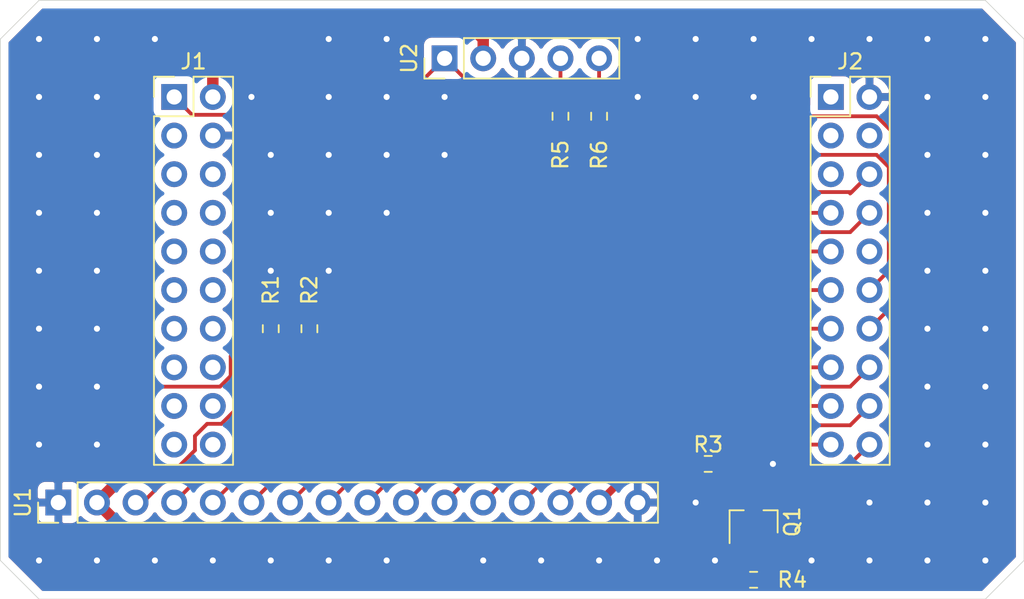
<source format=kicad_pcb>
(kicad_pcb (version 20171130) (host pcbnew 5.1.10)

  (general
    (thickness 1.6)
    (drawings 8)
    (tracks 165)
    (zones 0)
    (modules 11)
    (nets 43)
  )

  (page A4)
  (layers
    (0 F.Cu signal)
    (31 B.Cu signal)
    (32 B.Adhes user)
    (33 F.Adhes user)
    (34 B.Paste user)
    (35 F.Paste user)
    (36 B.SilkS user)
    (37 F.SilkS user)
    (38 B.Mask user)
    (39 F.Mask user)
    (40 Dwgs.User user)
    (41 Cmts.User user)
    (42 Eco1.User user)
    (43 Eco2.User user)
    (44 Edge.Cuts user)
    (45 Margin user)
    (46 B.CrtYd user)
    (47 F.CrtYd user)
    (48 B.Fab user)
    (49 F.Fab user)
  )

  (setup
    (last_trace_width 0.25)
    (user_trace_width 0.5)
    (user_trace_width 0.75)
    (trace_clearance 0.2)
    (zone_clearance 0.508)
    (zone_45_only no)
    (trace_min 0.2)
    (via_size 0.8)
    (via_drill 0.4)
    (via_min_size 0.4)
    (via_min_drill 0.3)
    (uvia_size 0.3)
    (uvia_drill 0.1)
    (uvias_allowed no)
    (uvia_min_size 0.2)
    (uvia_min_drill 0.1)
    (edge_width 0.05)
    (segment_width 0.2)
    (pcb_text_width 0.3)
    (pcb_text_size 1.5 1.5)
    (mod_edge_width 0.12)
    (mod_text_size 1 1)
    (mod_text_width 0.15)
    (pad_size 1.524 1.524)
    (pad_drill 0.762)
    (pad_to_mask_clearance 0)
    (aux_axis_origin 0 0)
    (visible_elements FFFFFF7F)
    (pcbplotparams
      (layerselection 0x3d0fc_ffffffff)
      (usegerberextensions false)
      (usegerberattributes false)
      (usegerberadvancedattributes true)
      (creategerberjobfile true)
      (excludeedgelayer true)
      (linewidth 0.100000)
      (plotframeref false)
      (viasonmask false)
      (mode 1)
      (useauxorigin false)
      (hpglpennumber 1)
      (hpglpenspeed 20)
      (hpglpendiameter 15.000000)
      (psnegative false)
      (psa4output false)
      (plotreference true)
      (plotvalue true)
      (plotinvisibletext false)
      (padsonsilk false)
      (subtractmaskfromsilk false)
      (outputformat 1)
      (mirror false)
      (drillshape 0)
      (scaleselection 1)
      (outputdirectory "Gerbers/"))
  )

  (net 0 "")
  (net 1 /P5.5)
  (net 2 /P6.4)
  (net 3 /P5.4)
  (net 4 /P6.5)
  (net 5 /P4.7)
  (net 6 /P4.6)
  (net 7 /P4.5)
  (net 8 /P1.5)
  (net 9 /P4.4)
  (net 10 /P4.3)
  (net 11 /SPEED_A)
  (net 12 /P4.1)
  (net 13 /P4.0)
  (net 14 /P3.3)
  (net 15 /FUEL_ADC)
  (net 16 /P3.2)
  (net 17 /GND)
  (net 18 /P6.0)
  (net 19 /V5P0)
  (net 20 /V3P3)
  (net 21 /MCU_BLA)
  (net 22 /MCU_D7)
  (net 23 /MCU_D6)
  (net 24 /MCU_D5)
  (net 25 /MCU_D4)
  (net 26 /MCU_D3)
  (net 27 /I2C_SCL)
  (net 28 /MCU_D2)
  (net 29 /I2C_SDA)
  (net 30 /MCU_D1)
  (net 31 /RST)
  (net 32 /MCU_D0)
  (net 33 /MCU_EN)
  (net 34 /MCU_RW)
  (net 35 /MCU_RS)
  (net 36 /P2.4)
  (net 37 /P2.5)
  (net 38 /P2.6)
  (net 39 /P2.7)
  (net 40 "Net-(Q1-Pad3)")
  (net 41 "Net-(R1-Pad1)")
  (net 42 "Net-(R3-Pad1)")

  (net_class Default "This is the default net class."
    (clearance 0.2)
    (trace_width 0.25)
    (via_dia 0.8)
    (via_drill 0.4)
    (uvia_dia 0.3)
    (uvia_drill 0.1)
    (add_net /FUEL_ADC)
    (add_net /GND)
    (add_net /I2C_SCL)
    (add_net /I2C_SDA)
    (add_net /MCU_BLA)
    (add_net /MCU_D0)
    (add_net /MCU_D1)
    (add_net /MCU_D2)
    (add_net /MCU_D3)
    (add_net /MCU_D4)
    (add_net /MCU_D5)
    (add_net /MCU_D6)
    (add_net /MCU_D7)
    (add_net /MCU_EN)
    (add_net /MCU_RS)
    (add_net /MCU_RW)
    (add_net /P1.5)
    (add_net /P2.4)
    (add_net /P2.5)
    (add_net /P2.6)
    (add_net /P2.7)
    (add_net /P3.2)
    (add_net /P3.3)
    (add_net /P4.0)
    (add_net /P4.1)
    (add_net /P4.3)
    (add_net /P4.4)
    (add_net /P4.5)
    (add_net /P4.6)
    (add_net /P4.7)
    (add_net /P5.4)
    (add_net /P5.5)
    (add_net /P6.0)
    (add_net /P6.4)
    (add_net /P6.5)
    (add_net /RST)
    (add_net /SPEED_A)
    (add_net /V3P3)
    (add_net /V5P0)
    (add_net "Net-(Q1-Pad3)")
    (add_net "Net-(R1-Pad1)")
    (add_net "Net-(R3-Pad1)")
  )

  (module Connector_PinHeader_2.54mm:PinHeader_1x05_P2.54mm_Vertical (layer F.Cu) (tedit 59FED5CC) (tstamp 6113FB0C)
    (at 43.18 17.78 90)
    (descr "Through hole straight pin header, 1x05, 2.54mm pitch, single row")
    (tags "Through hole pin header THT 1x05 2.54mm single row")
    (path /61165293)
    (fp_text reference U2 (at 0 -2.33 90) (layer F.SilkS)
      (effects (font (size 1 1) (thickness 0.15)))
    )
    (fp_text value HT16K33-Backpack (at 0 12.49 90) (layer F.Fab) hide
      (effects (font (size 1 1) (thickness 0.15)))
    )
    (fp_line (start 1.8 -1.8) (end -1.8 -1.8) (layer F.CrtYd) (width 0.05))
    (fp_line (start 1.8 11.95) (end 1.8 -1.8) (layer F.CrtYd) (width 0.05))
    (fp_line (start -1.8 11.95) (end 1.8 11.95) (layer F.CrtYd) (width 0.05))
    (fp_line (start -1.8 -1.8) (end -1.8 11.95) (layer F.CrtYd) (width 0.05))
    (fp_line (start -1.33 -1.33) (end 0 -1.33) (layer F.SilkS) (width 0.12))
    (fp_line (start -1.33 0) (end -1.33 -1.33) (layer F.SilkS) (width 0.12))
    (fp_line (start -1.33 1.27) (end 1.33 1.27) (layer F.SilkS) (width 0.12))
    (fp_line (start 1.33 1.27) (end 1.33 11.49) (layer F.SilkS) (width 0.12))
    (fp_line (start -1.33 1.27) (end -1.33 11.49) (layer F.SilkS) (width 0.12))
    (fp_line (start -1.33 11.49) (end 1.33 11.49) (layer F.SilkS) (width 0.12))
    (fp_line (start -1.27 -0.635) (end -0.635 -1.27) (layer F.Fab) (width 0.1))
    (fp_line (start -1.27 11.43) (end -1.27 -0.635) (layer F.Fab) (width 0.1))
    (fp_line (start 1.27 11.43) (end -1.27 11.43) (layer F.Fab) (width 0.1))
    (fp_line (start 1.27 -1.27) (end 1.27 11.43) (layer F.Fab) (width 0.1))
    (fp_line (start -0.635 -1.27) (end 1.27 -1.27) (layer F.Fab) (width 0.1))
    (fp_text user %R (at 0 5.08) (layer F.Fab)
      (effects (font (size 1 1) (thickness 0.15)))
    )
    (pad 5 thru_hole oval (at 0 10.16 90) (size 1.7 1.7) (drill 1) (layers *.Cu *.Mask)
      (net 27 /I2C_SCL))
    (pad 4 thru_hole oval (at 0 7.62 90) (size 1.7 1.7) (drill 1) (layers *.Cu *.Mask)
      (net 29 /I2C_SDA))
    (pad 3 thru_hole oval (at 0 5.08 90) (size 1.7 1.7) (drill 1) (layers *.Cu *.Mask)
      (net 17 /GND))
    (pad 2 thru_hole oval (at 0 2.54 90) (size 1.7 1.7) (drill 1) (layers *.Cu *.Mask)
      (net 19 /V5P0))
    (pad 1 thru_hole rect (at 0 0 90) (size 1.7 1.7) (drill 1) (layers *.Cu *.Mask)
      (net 20 /V3P3))
    (model ${KISYS3DMOD}/Connector_PinHeader_2.54mm.3dshapes/PinHeader_1x05_P2.54mm_Vertical.wrl
      (at (xyz 0 0 0))
      (scale (xyz 1 1 1))
      (rotate (xyz 0 0 0))
    )
  )

  (module Resistor_SMD:R_0603_1608Metric (layer F.Cu) (tedit 5F68FEEE) (tstamp 6113FAAD)
    (at 53.34 21.59 270)
    (descr "Resistor SMD 0603 (1608 Metric), square (rectangular) end terminal, IPC_7351 nominal, (Body size source: IPC-SM-782 page 72, https://www.pcb-3d.com/wordpress/wp-content/uploads/ipc-sm-782a_amendment_1_and_2.pdf), generated with kicad-footprint-generator")
    (tags resistor)
    (path /61167DB3)
    (attr smd)
    (fp_text reference R6 (at 2.54 0 90) (layer F.SilkS)
      (effects (font (size 1 1) (thickness 0.15)))
    )
    (fp_text value 4.7k (at 0 1.43 90) (layer F.Fab) hide
      (effects (font (size 1 1) (thickness 0.15)))
    )
    (fp_line (start 1.48 0.73) (end -1.48 0.73) (layer F.CrtYd) (width 0.05))
    (fp_line (start 1.48 -0.73) (end 1.48 0.73) (layer F.CrtYd) (width 0.05))
    (fp_line (start -1.48 -0.73) (end 1.48 -0.73) (layer F.CrtYd) (width 0.05))
    (fp_line (start -1.48 0.73) (end -1.48 -0.73) (layer F.CrtYd) (width 0.05))
    (fp_line (start -0.237258 0.5225) (end 0.237258 0.5225) (layer F.SilkS) (width 0.12))
    (fp_line (start -0.237258 -0.5225) (end 0.237258 -0.5225) (layer F.SilkS) (width 0.12))
    (fp_line (start 0.8 0.4125) (end -0.8 0.4125) (layer F.Fab) (width 0.1))
    (fp_line (start 0.8 -0.4125) (end 0.8 0.4125) (layer F.Fab) (width 0.1))
    (fp_line (start -0.8 -0.4125) (end 0.8 -0.4125) (layer F.Fab) (width 0.1))
    (fp_line (start -0.8 0.4125) (end -0.8 -0.4125) (layer F.Fab) (width 0.1))
    (fp_text user %R (at 0 0 90) (layer F.Fab)
      (effects (font (size 0.4 0.4) (thickness 0.06)))
    )
    (pad 2 smd roundrect (at 0.825 0 270) (size 0.8 0.95) (layers F.Cu F.Paste F.Mask) (roundrect_rratio 0.25)
      (net 20 /V3P3))
    (pad 1 smd roundrect (at -0.825 0 270) (size 0.8 0.95) (layers F.Cu F.Paste F.Mask) (roundrect_rratio 0.25)
      (net 27 /I2C_SCL))
    (model ${KISYS3DMOD}/Resistor_SMD.3dshapes/R_0603_1608Metric.wrl
      (at (xyz 0 0 0))
      (scale (xyz 1 1 1))
      (rotate (xyz 0 0 0))
    )
  )

  (module Resistor_SMD:R_0603_1608Metric (layer F.Cu) (tedit 5F68FEEE) (tstamp 6113FE2B)
    (at 50.8 21.59 270)
    (descr "Resistor SMD 0603 (1608 Metric), square (rectangular) end terminal, IPC_7351 nominal, (Body size source: IPC-SM-782 page 72, https://www.pcb-3d.com/wordpress/wp-content/uploads/ipc-sm-782a_amendment_1_and_2.pdf), generated with kicad-footprint-generator")
    (tags resistor)
    (path /6116A753)
    (attr smd)
    (fp_text reference R5 (at 2.54 0 90) (layer F.SilkS)
      (effects (font (size 1 1) (thickness 0.15)))
    )
    (fp_text value 4.7k (at 0 1.43 90) (layer F.Fab) hide
      (effects (font (size 1 1) (thickness 0.15)))
    )
    (fp_line (start 1.48 0.73) (end -1.48 0.73) (layer F.CrtYd) (width 0.05))
    (fp_line (start 1.48 -0.73) (end 1.48 0.73) (layer F.CrtYd) (width 0.05))
    (fp_line (start -1.48 -0.73) (end 1.48 -0.73) (layer F.CrtYd) (width 0.05))
    (fp_line (start -1.48 0.73) (end -1.48 -0.73) (layer F.CrtYd) (width 0.05))
    (fp_line (start -0.237258 0.5225) (end 0.237258 0.5225) (layer F.SilkS) (width 0.12))
    (fp_line (start -0.237258 -0.5225) (end 0.237258 -0.5225) (layer F.SilkS) (width 0.12))
    (fp_line (start 0.8 0.4125) (end -0.8 0.4125) (layer F.Fab) (width 0.1))
    (fp_line (start 0.8 -0.4125) (end 0.8 0.4125) (layer F.Fab) (width 0.1))
    (fp_line (start -0.8 -0.4125) (end 0.8 -0.4125) (layer F.Fab) (width 0.1))
    (fp_line (start -0.8 0.4125) (end -0.8 -0.4125) (layer F.Fab) (width 0.1))
    (fp_text user %R (at 0 0 90) (layer F.Fab)
      (effects (font (size 0.4 0.4) (thickness 0.06)))
    )
    (pad 2 smd roundrect (at 0.825 0 270) (size 0.8 0.95) (layers F.Cu F.Paste F.Mask) (roundrect_rratio 0.25)
      (net 20 /V3P3))
    (pad 1 smd roundrect (at -0.825 0 270) (size 0.8 0.95) (layers F.Cu F.Paste F.Mask) (roundrect_rratio 0.25)
      (net 29 /I2C_SDA))
    (model ${KISYS3DMOD}/Resistor_SMD.3dshapes/R_0603_1608Metric.wrl
      (at (xyz 0 0 0))
      (scale (xyz 1 1 1))
      (rotate (xyz 0 0 0))
    )
  )

  (module Connector_PinHeader_2.54mm:PinHeader_2x10_P2.54mm_Vertical (layer F.Cu) (tedit 59FED5CC) (tstamp 61114D41)
    (at 25.4 20.32)
    (descr "Through hole straight pin header, 2x10, 2.54mm pitch, double rows")
    (tags "Through hole pin header THT 2x10 2.54mm double row")
    (path /6111457C)
    (fp_text reference J1 (at 1.27 -2.33) (layer F.SilkS)
      (effects (font (size 1 1) (thickness 0.15)))
    )
    (fp_text value Conn_02x10_Odd_Even (at 1.27 25.19) (layer F.Fab) hide
      (effects (font (size 1 1) (thickness 0.15)))
    )
    (fp_line (start 4.35 -1.8) (end -1.8 -1.8) (layer F.CrtYd) (width 0.05))
    (fp_line (start 4.35 24.65) (end 4.35 -1.8) (layer F.CrtYd) (width 0.05))
    (fp_line (start -1.8 24.65) (end 4.35 24.65) (layer F.CrtYd) (width 0.05))
    (fp_line (start -1.8 -1.8) (end -1.8 24.65) (layer F.CrtYd) (width 0.05))
    (fp_line (start -1.33 -1.33) (end 0 -1.33) (layer F.SilkS) (width 0.12))
    (fp_line (start -1.33 0) (end -1.33 -1.33) (layer F.SilkS) (width 0.12))
    (fp_line (start 1.27 -1.33) (end 3.87 -1.33) (layer F.SilkS) (width 0.12))
    (fp_line (start 1.27 1.27) (end 1.27 -1.33) (layer F.SilkS) (width 0.12))
    (fp_line (start -1.33 1.27) (end 1.27 1.27) (layer F.SilkS) (width 0.12))
    (fp_line (start 3.87 -1.33) (end 3.87 24.19) (layer F.SilkS) (width 0.12))
    (fp_line (start -1.33 1.27) (end -1.33 24.19) (layer F.SilkS) (width 0.12))
    (fp_line (start -1.33 24.19) (end 3.87 24.19) (layer F.SilkS) (width 0.12))
    (fp_line (start -1.27 0) (end 0 -1.27) (layer F.Fab) (width 0.1))
    (fp_line (start -1.27 24.13) (end -1.27 0) (layer F.Fab) (width 0.1))
    (fp_line (start 3.81 24.13) (end -1.27 24.13) (layer F.Fab) (width 0.1))
    (fp_line (start 3.81 -1.27) (end 3.81 24.13) (layer F.Fab) (width 0.1))
    (fp_line (start 0 -1.27) (end 3.81 -1.27) (layer F.Fab) (width 0.1))
    (fp_text user %R (at 1.27 11.43 90) (layer F.Fab)
      (effects (font (size 1 1) (thickness 0.15)))
    )
    (pad 20 thru_hole oval (at 2.54 22.86) (size 1.7 1.7) (drill 1) (layers *.Cu *.Mask)
      (net 1 /P5.5))
    (pad 19 thru_hole oval (at 0 22.86) (size 1.7 1.7) (drill 1) (layers *.Cu *.Mask)
      (net 2 /P6.4))
    (pad 18 thru_hole oval (at 2.54 20.32) (size 1.7 1.7) (drill 1) (layers *.Cu *.Mask)
      (net 3 /P5.4))
    (pad 17 thru_hole oval (at 0 20.32) (size 1.7 1.7) (drill 1) (layers *.Cu *.Mask)
      (net 4 /P6.5))
    (pad 16 thru_hole oval (at 2.54 17.78) (size 1.7 1.7) (drill 1) (layers *.Cu *.Mask)
      (net 5 /P4.7))
    (pad 15 thru_hole oval (at 0 17.78) (size 1.7 1.7) (drill 1) (layers *.Cu *.Mask)
      (net 6 /P4.6))
    (pad 14 thru_hole oval (at 2.54 15.24) (size 1.7 1.7) (drill 1) (layers *.Cu *.Mask)
      (net 7 /P4.5))
    (pad 13 thru_hole oval (at 0 15.24) (size 1.7 1.7) (drill 1) (layers *.Cu *.Mask)
      (net 8 /P1.5))
    (pad 12 thru_hole oval (at 2.54 12.7) (size 1.7 1.7) (drill 1) (layers *.Cu *.Mask)
      (net 9 /P4.4))
    (pad 11 thru_hole oval (at 0 12.7) (size 1.7 1.7) (drill 1) (layers *.Cu *.Mask)
      (net 10 /P4.3))
    (pad 10 thru_hole oval (at 2.54 10.16) (size 1.7 1.7) (drill 1) (layers *.Cu *.Mask)
      (net 11 /SPEED_A))
    (pad 9 thru_hole oval (at 0 10.16) (size 1.7 1.7) (drill 1) (layers *.Cu *.Mask)
      (net 12 /P4.1))
    (pad 8 thru_hole oval (at 2.54 7.62) (size 1.7 1.7) (drill 1) (layers *.Cu *.Mask)
      (net 13 /P4.0))
    (pad 7 thru_hole oval (at 0 7.62) (size 1.7 1.7) (drill 1) (layers *.Cu *.Mask)
      (net 14 /P3.3))
    (pad 6 thru_hole oval (at 2.54 5.08) (size 1.7 1.7) (drill 1) (layers *.Cu *.Mask)
      (net 15 /FUEL_ADC))
    (pad 5 thru_hole oval (at 0 5.08) (size 1.7 1.7) (drill 1) (layers *.Cu *.Mask)
      (net 16 /P3.2))
    (pad 4 thru_hole oval (at 2.54 2.54) (size 1.7 1.7) (drill 1) (layers *.Cu *.Mask)
      (net 17 /GND))
    (pad 3 thru_hole oval (at 0 2.54) (size 1.7 1.7) (drill 1) (layers *.Cu *.Mask)
      (net 18 /P6.0))
    (pad 2 thru_hole oval (at 2.54 0) (size 1.7 1.7) (drill 1) (layers *.Cu *.Mask)
      (net 19 /V5P0))
    (pad 1 thru_hole rect (at 0 0) (size 1.7 1.7) (drill 1) (layers *.Cu *.Mask)
      (net 20 /V3P3))
    (model ${KISYS3DMOD}/Connector_PinHeader_2.54mm.3dshapes/PinHeader_2x10_P2.54mm_Vertical.wrl
      (at (xyz 0 0 0))
      (scale (xyz 1 1 1))
      (rotate (xyz 0 0 0))
    )
  )

  (module Connector_PinHeader_2.54mm:PinHeader_1x16_P2.54mm_Vertical (layer F.Cu) (tedit 59FED5CC) (tstamp 611449DC)
    (at 17.78 46.99 90)
    (descr "Through hole straight pin header, 1x16, 2.54mm pitch, single row")
    (tags "Through hole pin header THT 1x16 2.54mm single row")
    (path /61157068)
    (fp_text reference U1 (at 0 -2.33 90) (layer F.SilkS)
      (effects (font (size 1 1) (thickness 0.15)))
    )
    (fp_text value 1602A (at 0 40.43 90) (layer F.Fab) hide
      (effects (font (size 1 1) (thickness 0.15)))
    )
    (fp_line (start -0.635 -1.27) (end 1.27 -1.27) (layer F.Fab) (width 0.1))
    (fp_line (start 1.27 -1.27) (end 1.27 39.37) (layer F.Fab) (width 0.1))
    (fp_line (start 1.27 39.37) (end -1.27 39.37) (layer F.Fab) (width 0.1))
    (fp_line (start -1.27 39.37) (end -1.27 -0.635) (layer F.Fab) (width 0.1))
    (fp_line (start -1.27 -0.635) (end -0.635 -1.27) (layer F.Fab) (width 0.1))
    (fp_line (start -1.33 39.43) (end 1.33 39.43) (layer F.SilkS) (width 0.12))
    (fp_line (start -1.33 1.27) (end -1.33 39.43) (layer F.SilkS) (width 0.12))
    (fp_line (start 1.33 1.27) (end 1.33 39.43) (layer F.SilkS) (width 0.12))
    (fp_line (start -1.33 1.27) (end 1.33 1.27) (layer F.SilkS) (width 0.12))
    (fp_line (start -1.33 0) (end -1.33 -1.33) (layer F.SilkS) (width 0.12))
    (fp_line (start -1.33 -1.33) (end 0 -1.33) (layer F.SilkS) (width 0.12))
    (fp_line (start -1.8 -1.8) (end -1.8 39.9) (layer F.CrtYd) (width 0.05))
    (fp_line (start -1.8 39.9) (end 1.8 39.9) (layer F.CrtYd) (width 0.05))
    (fp_line (start 1.8 39.9) (end 1.8 -1.8) (layer F.CrtYd) (width 0.05))
    (fp_line (start 1.8 -1.8) (end -1.8 -1.8) (layer F.CrtYd) (width 0.05))
    (fp_text user %R (at 0 19.05) (layer F.Fab)
      (effects (font (size 1 1) (thickness 0.15)))
    )
    (pad 16 thru_hole oval (at 0 38.1 90) (size 1.7 1.7) (drill 1) (layers *.Cu *.Mask)
      (net 17 /GND))
    (pad 15 thru_hole oval (at 0 35.56 90) (size 1.7 1.7) (drill 1) (layers *.Cu *.Mask)
      (net 42 "Net-(R3-Pad1)"))
    (pad 14 thru_hole oval (at 0 33.02 90) (size 1.7 1.7) (drill 1) (layers *.Cu *.Mask)
      (net 22 /MCU_D7))
    (pad 13 thru_hole oval (at 0 30.48 90) (size 1.7 1.7) (drill 1) (layers *.Cu *.Mask)
      (net 23 /MCU_D6))
    (pad 12 thru_hole oval (at 0 27.94 90) (size 1.7 1.7) (drill 1) (layers *.Cu *.Mask)
      (net 24 /MCU_D5))
    (pad 11 thru_hole oval (at 0 25.4 90) (size 1.7 1.7) (drill 1) (layers *.Cu *.Mask)
      (net 25 /MCU_D4))
    (pad 10 thru_hole oval (at 0 22.86 90) (size 1.7 1.7) (drill 1) (layers *.Cu *.Mask)
      (net 26 /MCU_D3))
    (pad 9 thru_hole oval (at 0 20.32 90) (size 1.7 1.7) (drill 1) (layers *.Cu *.Mask)
      (net 28 /MCU_D2))
    (pad 8 thru_hole oval (at 0 17.78 90) (size 1.7 1.7) (drill 1) (layers *.Cu *.Mask)
      (net 30 /MCU_D1))
    (pad 7 thru_hole oval (at 0 15.24 90) (size 1.7 1.7) (drill 1) (layers *.Cu *.Mask)
      (net 32 /MCU_D0))
    (pad 6 thru_hole oval (at 0 12.7 90) (size 1.7 1.7) (drill 1) (layers *.Cu *.Mask)
      (net 33 /MCU_EN))
    (pad 5 thru_hole oval (at 0 10.16 90) (size 1.7 1.7) (drill 1) (layers *.Cu *.Mask)
      (net 34 /MCU_RW))
    (pad 4 thru_hole oval (at 0 7.62 90) (size 1.7 1.7) (drill 1) (layers *.Cu *.Mask)
      (net 35 /MCU_RS))
    (pad 3 thru_hole oval (at 0 5.08 90) (size 1.7 1.7) (drill 1) (layers *.Cu *.Mask)
      (net 41 "Net-(R1-Pad1)"))
    (pad 2 thru_hole oval (at 0 2.54 90) (size 1.7 1.7) (drill 1) (layers *.Cu *.Mask)
      (net 19 /V5P0))
    (pad 1 thru_hole rect (at 0 0 90) (size 1.7 1.7) (drill 1) (layers *.Cu *.Mask)
      (net 17 /GND))
    (model ${KISYS3DMOD}/Connector_PinHeader_2.54mm.3dshapes/PinHeader_1x16_P2.54mm_Vertical.wrl
      (at (xyz 0 0 0))
      (scale (xyz 1 1 1))
      (rotate (xyz 0 0 0))
    )
  )

  (module Resistor_SMD:R_0603_1608Metric (layer F.Cu) (tedit 5F68FEEE) (tstamp 6114458B)
    (at 63.5 52.07 180)
    (descr "Resistor SMD 0603 (1608 Metric), square (rectangular) end terminal, IPC_7351 nominal, (Body size source: IPC-SM-782 page 72, https://www.pcb-3d.com/wordpress/wp-content/uploads/ipc-sm-782a_amendment_1_and_2.pdf), generated with kicad-footprint-generator")
    (tags resistor)
    (path /611923B3)
    (attr smd)
    (fp_text reference R4 (at -2.54 0) (layer F.SilkS)
      (effects (font (size 1 1) (thickness 0.15)))
    )
    (fp_text value 100k (at 0 1.43) (layer F.Fab) hide
      (effects (font (size 1 1) (thickness 0.15)))
    )
    (fp_line (start -0.8 0.4125) (end -0.8 -0.4125) (layer F.Fab) (width 0.1))
    (fp_line (start -0.8 -0.4125) (end 0.8 -0.4125) (layer F.Fab) (width 0.1))
    (fp_line (start 0.8 -0.4125) (end 0.8 0.4125) (layer F.Fab) (width 0.1))
    (fp_line (start 0.8 0.4125) (end -0.8 0.4125) (layer F.Fab) (width 0.1))
    (fp_line (start -0.237258 -0.5225) (end 0.237258 -0.5225) (layer F.SilkS) (width 0.12))
    (fp_line (start -0.237258 0.5225) (end 0.237258 0.5225) (layer F.SilkS) (width 0.12))
    (fp_line (start -1.48 0.73) (end -1.48 -0.73) (layer F.CrtYd) (width 0.05))
    (fp_line (start -1.48 -0.73) (end 1.48 -0.73) (layer F.CrtYd) (width 0.05))
    (fp_line (start 1.48 -0.73) (end 1.48 0.73) (layer F.CrtYd) (width 0.05))
    (fp_line (start 1.48 0.73) (end -1.48 0.73) (layer F.CrtYd) (width 0.05))
    (fp_text user %R (at 0 0 180) (layer F.Fab)
      (effects (font (size 0.4 0.4) (thickness 0.06)))
    )
    (pad 2 smd roundrect (at 0.825 0 180) (size 0.8 0.95) (layers F.Cu F.Paste F.Mask) (roundrect_rratio 0.25)
      (net 19 /V5P0))
    (pad 1 smd roundrect (at -0.825 0 180) (size 0.8 0.95) (layers F.Cu F.Paste F.Mask) (roundrect_rratio 0.25)
      (net 21 /MCU_BLA))
    (model ${KISYS3DMOD}/Resistor_SMD.3dshapes/R_0603_1608Metric.wrl
      (at (xyz 0 0 0))
      (scale (xyz 1 1 1))
      (rotate (xyz 0 0 0))
    )
  )

  (module Resistor_SMD:R_0603_1608Metric (layer F.Cu) (tedit 5F68FEEE) (tstamp 61144DAF)
    (at 60.515 44.45)
    (descr "Resistor SMD 0603 (1608 Metric), square (rectangular) end terminal, IPC_7351 nominal, (Body size source: IPC-SM-782 page 72, https://www.pcb-3d.com/wordpress/wp-content/uploads/ipc-sm-782a_amendment_1_and_2.pdf), generated with kicad-footprint-generator")
    (tags resistor)
    (path /6117C699)
    (attr smd)
    (fp_text reference R3 (at 0 -1.27) (layer F.SilkS)
      (effects (font (size 1 1) (thickness 0.15)))
    )
    (fp_text value 200R (at 0 1.43) (layer F.Fab) hide
      (effects (font (size 1 1) (thickness 0.15)))
    )
    (fp_line (start -0.8 0.4125) (end -0.8 -0.4125) (layer F.Fab) (width 0.1))
    (fp_line (start -0.8 -0.4125) (end 0.8 -0.4125) (layer F.Fab) (width 0.1))
    (fp_line (start 0.8 -0.4125) (end 0.8 0.4125) (layer F.Fab) (width 0.1))
    (fp_line (start 0.8 0.4125) (end -0.8 0.4125) (layer F.Fab) (width 0.1))
    (fp_line (start -0.237258 -0.5225) (end 0.237258 -0.5225) (layer F.SilkS) (width 0.12))
    (fp_line (start -0.237258 0.5225) (end 0.237258 0.5225) (layer F.SilkS) (width 0.12))
    (fp_line (start -1.48 0.73) (end -1.48 -0.73) (layer F.CrtYd) (width 0.05))
    (fp_line (start -1.48 -0.73) (end 1.48 -0.73) (layer F.CrtYd) (width 0.05))
    (fp_line (start 1.48 -0.73) (end 1.48 0.73) (layer F.CrtYd) (width 0.05))
    (fp_line (start 1.48 0.73) (end -1.48 0.73) (layer F.CrtYd) (width 0.05))
    (fp_text user %R (at 0 0 180) (layer F.Fab)
      (effects (font (size 0.4 0.4) (thickness 0.06)))
    )
    (pad 2 smd roundrect (at 0.825 0) (size 0.8 0.95) (layers F.Cu F.Paste F.Mask) (roundrect_rratio 0.25)
      (net 40 "Net-(Q1-Pad3)"))
    (pad 1 smd roundrect (at -0.825 0) (size 0.8 0.95) (layers F.Cu F.Paste F.Mask) (roundrect_rratio 0.25)
      (net 42 "Net-(R3-Pad1)"))
    (model ${KISYS3DMOD}/Resistor_SMD.3dshapes/R_0603_1608Metric.wrl
      (at (xyz 0 0 0))
      (scale (xyz 1 1 1))
      (rotate (xyz 0 0 0))
    )
  )

  (module Resistor_SMD:R_0603_1608Metric (layer F.Cu) (tedit 5F68FEEE) (tstamp 61144E95)
    (at 34.29 35.56 270)
    (descr "Resistor SMD 0603 (1608 Metric), square (rectangular) end terminal, IPC_7351 nominal, (Body size source: IPC-SM-782 page 72, https://www.pcb-3d.com/wordpress/wp-content/uploads/ipc-sm-782a_amendment_1_and_2.pdf), generated with kicad-footprint-generator")
    (tags resistor)
    (path /61173396)
    (attr smd)
    (fp_text reference R2 (at -2.54 0 90) (layer F.SilkS)
      (effects (font (size 1 1) (thickness 0.15)))
    )
    (fp_text value 10k (at 0 1.43 90) (layer F.Fab) hide
      (effects (font (size 1 1) (thickness 0.15)))
    )
    (fp_line (start -0.8 0.4125) (end -0.8 -0.4125) (layer F.Fab) (width 0.1))
    (fp_line (start -0.8 -0.4125) (end 0.8 -0.4125) (layer F.Fab) (width 0.1))
    (fp_line (start 0.8 -0.4125) (end 0.8 0.4125) (layer F.Fab) (width 0.1))
    (fp_line (start 0.8 0.4125) (end -0.8 0.4125) (layer F.Fab) (width 0.1))
    (fp_line (start -0.237258 -0.5225) (end 0.237258 -0.5225) (layer F.SilkS) (width 0.12))
    (fp_line (start -0.237258 0.5225) (end 0.237258 0.5225) (layer F.SilkS) (width 0.12))
    (fp_line (start -1.48 0.73) (end -1.48 -0.73) (layer F.CrtYd) (width 0.05))
    (fp_line (start -1.48 -0.73) (end 1.48 -0.73) (layer F.CrtYd) (width 0.05))
    (fp_line (start 1.48 -0.73) (end 1.48 0.73) (layer F.CrtYd) (width 0.05))
    (fp_line (start 1.48 0.73) (end -1.48 0.73) (layer F.CrtYd) (width 0.05))
    (fp_text user %R (at 0 0 90) (layer F.Fab)
      (effects (font (size 0.4 0.4) (thickness 0.06)))
    )
    (pad 2 smd roundrect (at 0.825 0 270) (size 0.8 0.95) (layers F.Cu F.Paste F.Mask) (roundrect_rratio 0.25)
      (net 41 "Net-(R1-Pad1)"))
    (pad 1 smd roundrect (at -0.825 0 270) (size 0.8 0.95) (layers F.Cu F.Paste F.Mask) (roundrect_rratio 0.25)
      (net 17 /GND))
    (model ${KISYS3DMOD}/Resistor_SMD.3dshapes/R_0603_1608Metric.wrl
      (at (xyz 0 0 0))
      (scale (xyz 1 1 1))
      (rotate (xyz 0 0 0))
    )
  )

  (module Resistor_SMD:R_0603_1608Metric (layer F.Cu) (tedit 5F68FEEE) (tstamp 61144ECB)
    (at 31.75 35.56 90)
    (descr "Resistor SMD 0603 (1608 Metric), square (rectangular) end terminal, IPC_7351 nominal, (Body size source: IPC-SM-782 page 72, https://www.pcb-3d.com/wordpress/wp-content/uploads/ipc-sm-782a_amendment_1_and_2.pdf), generated with kicad-footprint-generator")
    (tags resistor)
    (path /6117250C)
    (attr smd)
    (fp_text reference R1 (at 2.54 0 90) (layer F.SilkS)
      (effects (font (size 1 1) (thickness 0.15)))
    )
    (fp_text value 10k (at 0 1.43 90) (layer F.Fab) hide
      (effects (font (size 1 1) (thickness 0.15)))
    )
    (fp_line (start -0.8 0.4125) (end -0.8 -0.4125) (layer F.Fab) (width 0.1))
    (fp_line (start -0.8 -0.4125) (end 0.8 -0.4125) (layer F.Fab) (width 0.1))
    (fp_line (start 0.8 -0.4125) (end 0.8 0.4125) (layer F.Fab) (width 0.1))
    (fp_line (start 0.8 0.4125) (end -0.8 0.4125) (layer F.Fab) (width 0.1))
    (fp_line (start -0.237258 -0.5225) (end 0.237258 -0.5225) (layer F.SilkS) (width 0.12))
    (fp_line (start -0.237258 0.5225) (end 0.237258 0.5225) (layer F.SilkS) (width 0.12))
    (fp_line (start -1.48 0.73) (end -1.48 -0.73) (layer F.CrtYd) (width 0.05))
    (fp_line (start -1.48 -0.73) (end 1.48 -0.73) (layer F.CrtYd) (width 0.05))
    (fp_line (start 1.48 -0.73) (end 1.48 0.73) (layer F.CrtYd) (width 0.05))
    (fp_line (start 1.48 0.73) (end -1.48 0.73) (layer F.CrtYd) (width 0.05))
    (fp_text user %R (at 0 0 90) (layer F.Fab)
      (effects (font (size 0.4 0.4) (thickness 0.06)))
    )
    (pad 2 smd roundrect (at 0.825 0 90) (size 0.8 0.95) (layers F.Cu F.Paste F.Mask) (roundrect_rratio 0.25)
      (net 19 /V5P0))
    (pad 1 smd roundrect (at -0.825 0 90) (size 0.8 0.95) (layers F.Cu F.Paste F.Mask) (roundrect_rratio 0.25)
      (net 41 "Net-(R1-Pad1)"))
    (model ${KISYS3DMOD}/Resistor_SMD.3dshapes/R_0603_1608Metric.wrl
      (at (xyz 0 0 0))
      (scale (xyz 1 1 1))
      (rotate (xyz 0 0 0))
    )
  )

  (module Package_TO_SOT_SMD:SOT-23 (layer F.Cu) (tedit 5A02FF57) (tstamp 611445BF)
    (at 63.5 48.26 90)
    (descr "SOT-23, Standard")
    (tags SOT-23)
    (path /61181A5A)
    (attr smd)
    (fp_text reference Q1 (at 0 2.54 90) (layer F.SilkS)
      (effects (font (size 1 1) (thickness 0.15)))
    )
    (fp_text value Q_PMOS_SGD (at 0 2.5 90) (layer F.Fab) hide
      (effects (font (size 1 1) (thickness 0.15)))
    )
    (fp_line (start -0.7 -0.95) (end -0.7 1.5) (layer F.Fab) (width 0.1))
    (fp_line (start -0.15 -1.52) (end 0.7 -1.52) (layer F.Fab) (width 0.1))
    (fp_line (start -0.7 -0.95) (end -0.15 -1.52) (layer F.Fab) (width 0.1))
    (fp_line (start 0.7 -1.52) (end 0.7 1.52) (layer F.Fab) (width 0.1))
    (fp_line (start -0.7 1.52) (end 0.7 1.52) (layer F.Fab) (width 0.1))
    (fp_line (start 0.76 1.58) (end 0.76 0.65) (layer F.SilkS) (width 0.12))
    (fp_line (start 0.76 -1.58) (end 0.76 -0.65) (layer F.SilkS) (width 0.12))
    (fp_line (start -1.7 -1.75) (end 1.7 -1.75) (layer F.CrtYd) (width 0.05))
    (fp_line (start 1.7 -1.75) (end 1.7 1.75) (layer F.CrtYd) (width 0.05))
    (fp_line (start 1.7 1.75) (end -1.7 1.75) (layer F.CrtYd) (width 0.05))
    (fp_line (start -1.7 1.75) (end -1.7 -1.75) (layer F.CrtYd) (width 0.05))
    (fp_line (start 0.76 -1.58) (end -1.4 -1.58) (layer F.SilkS) (width 0.12))
    (fp_line (start 0.76 1.58) (end -0.7 1.58) (layer F.SilkS) (width 0.12))
    (fp_text user %R (at 0 0) (layer F.Fab)
      (effects (font (size 0.5 0.5) (thickness 0.075)))
    )
    (pad 3 smd rect (at 1 0 90) (size 0.9 0.8) (layers F.Cu F.Paste F.Mask)
      (net 40 "Net-(Q1-Pad3)"))
    (pad 2 smd rect (at -1 0.95 90) (size 0.9 0.8) (layers F.Cu F.Paste F.Mask)
      (net 21 /MCU_BLA))
    (pad 1 smd rect (at -1 -0.95 90) (size 0.9 0.8) (layers F.Cu F.Paste F.Mask)
      (net 19 /V5P0))
    (model ${KISYS3DMOD}/Package_TO_SOT_SMD.3dshapes/SOT-23.wrl
      (at (xyz 0 0 0))
      (scale (xyz 1 1 1))
      (rotate (xyz 0 0 0))
    )
  )

  (module Connector_PinHeader_2.54mm:PinHeader_2x10_P2.54mm_Vertical (layer F.Cu) (tedit 59FED5CC) (tstamp 61114D6B)
    (at 68.58 20.32)
    (descr "Through hole straight pin header, 2x10, 2.54mm pitch, double rows")
    (tags "Through hole pin header THT 2x10 2.54mm double row")
    (path /61116495)
    (fp_text reference J2 (at 1.27 -2.33) (layer F.SilkS)
      (effects (font (size 1 1) (thickness 0.15)))
    )
    (fp_text value Conn_02x10_Odd_Even (at 1.27 25.19) (layer F.Fab) hide
      (effects (font (size 1 1) (thickness 0.15)))
    )
    (fp_line (start 4.35 -1.8) (end -1.8 -1.8) (layer F.CrtYd) (width 0.05))
    (fp_line (start 4.35 24.65) (end 4.35 -1.8) (layer F.CrtYd) (width 0.05))
    (fp_line (start -1.8 24.65) (end 4.35 24.65) (layer F.CrtYd) (width 0.05))
    (fp_line (start -1.8 -1.8) (end -1.8 24.65) (layer F.CrtYd) (width 0.05))
    (fp_line (start -1.33 -1.33) (end 0 -1.33) (layer F.SilkS) (width 0.12))
    (fp_line (start -1.33 0) (end -1.33 -1.33) (layer F.SilkS) (width 0.12))
    (fp_line (start 1.27 -1.33) (end 3.87 -1.33) (layer F.SilkS) (width 0.12))
    (fp_line (start 1.27 1.27) (end 1.27 -1.33) (layer F.SilkS) (width 0.12))
    (fp_line (start -1.33 1.27) (end 1.27 1.27) (layer F.SilkS) (width 0.12))
    (fp_line (start 3.87 -1.33) (end 3.87 24.19) (layer F.SilkS) (width 0.12))
    (fp_line (start -1.33 1.27) (end -1.33 24.19) (layer F.SilkS) (width 0.12))
    (fp_line (start -1.33 24.19) (end 3.87 24.19) (layer F.SilkS) (width 0.12))
    (fp_line (start -1.27 0) (end 0 -1.27) (layer F.Fab) (width 0.1))
    (fp_line (start -1.27 24.13) (end -1.27 0) (layer F.Fab) (width 0.1))
    (fp_line (start 3.81 24.13) (end -1.27 24.13) (layer F.Fab) (width 0.1))
    (fp_line (start 3.81 -1.27) (end 3.81 24.13) (layer F.Fab) (width 0.1))
    (fp_line (start 0 -1.27) (end 3.81 -1.27) (layer F.Fab) (width 0.1))
    (fp_text user %R (at 1.27 11.43 90) (layer F.Fab)
      (effects (font (size 1 1) (thickness 0.15)))
    )
    (pad 20 thru_hole oval (at 2.54 22.86) (size 1.7 1.7) (drill 1) (layers *.Cu *.Mask)
      (net 21 /MCU_BLA))
    (pad 19 thru_hole oval (at 0 22.86) (size 1.7 1.7) (drill 1) (layers *.Cu *.Mask)
      (net 22 /MCU_D7))
    (pad 18 thru_hole oval (at 2.54 20.32) (size 1.7 1.7) (drill 1) (layers *.Cu *.Mask)
      (net 23 /MCU_D6))
    (pad 17 thru_hole oval (at 0 20.32) (size 1.7 1.7) (drill 1) (layers *.Cu *.Mask)
      (net 24 /MCU_D5))
    (pad 16 thru_hole oval (at 2.54 17.78) (size 1.7 1.7) (drill 1) (layers *.Cu *.Mask)
      (net 25 /MCU_D4))
    (pad 15 thru_hole oval (at 0 17.78) (size 1.7 1.7) (drill 1) (layers *.Cu *.Mask)
      (net 26 /MCU_D3))
    (pad 14 thru_hole oval (at 2.54 15.24) (size 1.7 1.7) (drill 1) (layers *.Cu *.Mask)
      (net 27 /I2C_SCL))
    (pad 13 thru_hole oval (at 0 15.24) (size 1.7 1.7) (drill 1) (layers *.Cu *.Mask)
      (net 28 /MCU_D2))
    (pad 12 thru_hole oval (at 2.54 12.7) (size 1.7 1.7) (drill 1) (layers *.Cu *.Mask)
      (net 29 /I2C_SDA))
    (pad 11 thru_hole oval (at 0 12.7) (size 1.7 1.7) (drill 1) (layers *.Cu *.Mask)
      (net 30 /MCU_D1))
    (pad 10 thru_hole oval (at 2.54 10.16) (size 1.7 1.7) (drill 1) (layers *.Cu *.Mask)
      (net 31 /RST))
    (pad 9 thru_hole oval (at 0 10.16) (size 1.7 1.7) (drill 1) (layers *.Cu *.Mask)
      (net 32 /MCU_D0))
    (pad 8 thru_hole oval (at 2.54 7.62) (size 1.7 1.7) (drill 1) (layers *.Cu *.Mask)
      (net 33 /MCU_EN))
    (pad 7 thru_hole oval (at 0 7.62) (size 1.7 1.7) (drill 1) (layers *.Cu *.Mask)
      (net 34 /MCU_RW))
    (pad 6 thru_hole oval (at 2.54 5.08) (size 1.7 1.7) (drill 1) (layers *.Cu *.Mask)
      (net 35 /MCU_RS))
    (pad 5 thru_hole oval (at 0 5.08) (size 1.7 1.7) (drill 1) (layers *.Cu *.Mask)
      (net 36 /P2.4))
    (pad 4 thru_hole oval (at 2.54 2.54) (size 1.7 1.7) (drill 1) (layers *.Cu *.Mask)
      (net 37 /P2.5))
    (pad 3 thru_hole oval (at 0 2.54) (size 1.7 1.7) (drill 1) (layers *.Cu *.Mask)
      (net 38 /P2.6))
    (pad 2 thru_hole oval (at 2.54 0) (size 1.7 1.7) (drill 1) (layers *.Cu *.Mask)
      (net 17 /GND))
    (pad 1 thru_hole rect (at 0 0) (size 1.7 1.7) (drill 1) (layers *.Cu *.Mask)
      (net 39 /P2.7))
    (model ${KISYS3DMOD}/Connector_PinHeader_2.54mm.3dshapes/PinHeader_2x10_P2.54mm_Vertical.wrl
      (at (xyz 0 0 0))
      (scale (xyz 1 1 1))
      (rotate (xyz 0 0 0))
    )
  )

  (gr_line (start 81.28 16.51) (end 78.74 13.97) (layer Edge.Cuts) (width 0.05) (tstamp 611494F6))
  (gr_line (start 81.28 50.8) (end 78.74 53.34) (layer Edge.Cuts) (width 0.05) (tstamp 611494E9))
  (gr_line (start 16.51 53.34) (end 13.97 50.8) (layer Edge.Cuts) (width 0.05) (tstamp 611494D8))
  (gr_line (start 16.51 13.97) (end 13.97 16.51) (layer Edge.Cuts) (width 0.05) (tstamp 611494CB))
  (gr_line (start 78.74 13.97) (end 16.51 13.97) (layer Edge.Cuts) (width 0.05) (tstamp 611494B7))
  (gr_line (start 81.28 50.8) (end 81.28 16.51) (layer Edge.Cuts) (width 0.05))
  (gr_line (start 16.51 53.34) (end 78.74 53.34) (layer Edge.Cuts) (width 0.05))
  (gr_line (start 13.97 16.51) (end 13.97 50.8) (layer Edge.Cuts) (width 0.05))

  (via (at 53.34 50.8) (size 0.8) (drill 0.4) (layers F.Cu B.Cu) (net 17) (tstamp 6114992B))
  (via (at 49.53 50.8) (size 0.8) (drill 0.4) (layers F.Cu B.Cu) (net 17) (tstamp 6114992B))
  (via (at 45.72 50.8) (size 0.8) (drill 0.4) (layers F.Cu B.Cu) (net 17) (tstamp 6114992B))
  (via (at 71.12 50.8) (size 0.8) (drill 0.4) (layers F.Cu B.Cu) (net 17) (tstamp 611498FC))
  (via (at 71.12 16.51) (size 0.8) (drill 0.4) (layers F.Cu B.Cu) (net 17) (tstamp 61149651))
  (via (at 67.31 16.51) (size 0.8) (drill 0.4) (layers F.Cu B.Cu) (net 17) (tstamp 61149651))
  (via (at 63.5 16.51) (size 0.8) (drill 0.4) (layers F.Cu B.Cu) (net 17) (tstamp 61149651))
  (via (at 59.69 16.51) (size 0.8) (drill 0.4) (layers F.Cu B.Cu) (net 17) (tstamp 61149651))
  (via (at 55.88 16.51) (size 0.8) (drill 0.4) (layers F.Cu B.Cu) (net 17) (tstamp 61149651))
  (via (at 63.5 20.32) (size 0.8) (drill 0.4) (layers F.Cu B.Cu) (net 17) (tstamp 61149651))
  (via (at 59.69 20.32) (size 0.8) (drill 0.4) (layers F.Cu B.Cu) (net 17) (tstamp 61149651))
  (via (at 55.88 20.32) (size 0.8) (drill 0.4) (layers F.Cu B.Cu) (net 17) (tstamp 61149651))
  (via (at 31.75 31.75) (size 0.8) (drill 0.4) (layers F.Cu B.Cu) (net 17) (tstamp 61149651))
  (via (at 31.75 27.94) (size 0.8) (drill 0.4) (layers F.Cu B.Cu) (net 17) (tstamp 61149651))
  (via (at 31.75 24.13) (size 0.8) (drill 0.4) (layers F.Cu B.Cu) (net 17) (tstamp 61149651))
  (via (at 35.56 24.13) (size 0.8) (drill 0.4) (layers F.Cu B.Cu) (net 17) (tstamp 61149651))
  (via (at 35.56 27.94) (size 0.8) (drill 0.4) (layers F.Cu B.Cu) (net 17) (tstamp 61149651))
  (via (at 35.56 31.75) (size 0.8) (drill 0.4) (layers F.Cu B.Cu) (net 17) (tstamp 61149651))
  (via (at 39.37 27.94) (size 0.8) (drill 0.4) (layers F.Cu B.Cu) (net 17) (tstamp 61149651))
  (via (at 39.37 24.13) (size 0.8) (drill 0.4) (layers F.Cu B.Cu) (net 17) (tstamp 61149651))
  (via (at 43.18 24.13) (size 0.8) (drill 0.4) (layers F.Cu B.Cu) (net 17) (tstamp 61149651))
  (via (at 30.48 20.32) (size 0.8) (drill 0.4) (layers F.Cu B.Cu) (net 17) (tstamp 61149651))
  (via (at 35.56 20.32) (size 0.8) (drill 0.4) (layers F.Cu B.Cu) (net 17) (tstamp 61149651))
  (via (at 39.37 20.32) (size 0.8) (drill 0.4) (layers F.Cu B.Cu) (net 17) (tstamp 61149651))
  (via (at 39.37 16.51) (size 0.8) (drill 0.4) (layers F.Cu B.Cu) (net 17) (tstamp 61149651))
  (via (at 35.56 16.51) (size 0.8) (drill 0.4) (layers F.Cu B.Cu) (net 17) (tstamp 61149651))
  (via (at 43.18 20.32) (size 0.8) (drill 0.4) (layers F.Cu B.Cu) (net 17) (tstamp 61149651))
  (via (at 74.93 46.99) (size 0.8) (drill 0.4) (layers F.Cu B.Cu) (net 17) (tstamp 61149603))
  (via (at 74.93 43.18) (size 0.8) (drill 0.4) (layers F.Cu B.Cu) (net 17) (tstamp 61149604))
  (via (at 78.74 43.18) (size 0.8) (drill 0.4) (layers F.Cu B.Cu) (net 17) (tstamp 61149605))
  (via (at 78.74 46.99) (size 0.8) (drill 0.4) (layers F.Cu B.Cu) (net 17) (tstamp 61149606))
  (via (at 74.93 31.75) (size 0.8) (drill 0.4) (layers F.Cu B.Cu) (net 17) (tstamp 61149627))
  (via (at 74.93 27.94) (size 0.8) (drill 0.4) (layers F.Cu B.Cu) (net 17) (tstamp 61149628))
  (via (at 78.74 27.94) (size 0.8) (drill 0.4) (layers F.Cu B.Cu) (net 17) (tstamp 61149629))
  (via (at 78.74 31.75) (size 0.8) (drill 0.4) (layers F.Cu B.Cu) (net 17) (tstamp 6114962A))
  (via (at 74.93 39.37) (size 0.8) (drill 0.4) (layers F.Cu B.Cu) (net 17) (tstamp 61149623))
  (via (at 74.93 35.56) (size 0.8) (drill 0.4) (layers F.Cu B.Cu) (net 17) (tstamp 61149624))
  (via (at 78.74 35.56) (size 0.8) (drill 0.4) (layers F.Cu B.Cu) (net 17) (tstamp 61149625))
  (via (at 78.74 39.37) (size 0.8) (drill 0.4) (layers F.Cu B.Cu) (net 17) (tstamp 61149626))
  (via (at 74.93 16.51) (size 0.8) (drill 0.4) (layers F.Cu B.Cu) (net 17) (tstamp 61149627))
  (via (at 78.74 16.51) (size 0.8) (drill 0.4) (layers F.Cu B.Cu) (net 17) (tstamp 6114962A))
  (via (at 74.93 24.13) (size 0.8) (drill 0.4) (layers F.Cu B.Cu) (net 17) (tstamp 61149623))
  (via (at 74.93 20.32) (size 0.8) (drill 0.4) (layers F.Cu B.Cu) (net 17) (tstamp 61149624))
  (via (at 78.74 20.32) (size 0.8) (drill 0.4) (layers F.Cu B.Cu) (net 17) (tstamp 61149625))
  (via (at 78.74 24.13) (size 0.8) (drill 0.4) (layers F.Cu B.Cu) (net 17) (tstamp 61149626))
  (via (at 16.51 16.51) (size 0.8) (drill 0.4) (layers F.Cu B.Cu) (net 17))
  (via (at 20.32 16.51) (size 0.8) (drill 0.4) (layers F.Cu B.Cu) (net 17))
  (via (at 24.13 16.51) (size 0.8) (drill 0.4) (layers F.Cu B.Cu) (net 17))
  (via (at 16.51 20.32) (size 0.8) (drill 0.4) (layers F.Cu B.Cu) (net 17))
  (via (at 20.32 20.32) (size 0.8) (drill 0.4) (layers F.Cu B.Cu) (net 17))
  (via (at 20.32 24.13) (size 0.8) (drill 0.4) (layers F.Cu B.Cu) (net 17))
  (via (at 16.51 24.13) (size 0.8) (drill 0.4) (layers F.Cu B.Cu) (net 17))
  (via (at 16.51 27.94) (size 0.8) (drill 0.4) (layers F.Cu B.Cu) (net 17))
  (via (at 20.32 27.94) (size 0.8) (drill 0.4) (layers F.Cu B.Cu) (net 17))
  (via (at 20.32 31.75) (size 0.8) (drill 0.4) (layers F.Cu B.Cu) (net 17))
  (via (at 16.51 31.75) (size 0.8) (drill 0.4) (layers F.Cu B.Cu) (net 17))
  (via (at 16.51 35.56) (size 0.8) (drill 0.4) (layers F.Cu B.Cu) (net 17))
  (via (at 20.32 35.56) (size 0.8) (drill 0.4) (layers F.Cu B.Cu) (net 17))
  (via (at 20.32 39.37) (size 0.8) (drill 0.4) (layers F.Cu B.Cu) (net 17))
  (via (at 16.51 39.37) (size 0.8) (drill 0.4) (layers F.Cu B.Cu) (net 17))
  (via (at 16.51 43.18) (size 0.8) (drill 0.4) (layers F.Cu B.Cu) (net 17))
  (via (at 20.32 43.18) (size 0.8) (drill 0.4) (layers F.Cu B.Cu) (net 17))
  (via (at 16.51 50.8) (size 0.8) (drill 0.4) (layers F.Cu B.Cu) (net 17))
  (via (at 20.32 50.8) (size 0.8) (drill 0.4) (layers F.Cu B.Cu) (net 17))
  (via (at 24.13 50.8) (size 0.8) (drill 0.4) (layers F.Cu B.Cu) (net 17))
  (via (at 27.94 50.8) (size 0.8) (drill 0.4) (layers F.Cu B.Cu) (net 17))
  (via (at 31.75 50.8) (size 0.8) (drill 0.4) (layers F.Cu B.Cu) (net 17))
  (via (at 35.56 50.8) (size 0.8) (drill 0.4) (layers F.Cu B.Cu) (net 17))
  (via (at 39.37 50.8) (size 0.8) (drill 0.4) (layers F.Cu B.Cu) (net 17))
  (via (at 64.77 44.45) (size 0.8) (drill 0.4) (layers F.Cu B.Cu) (net 17) (tstamp 611495B2))
  (via (at 59.69 46.99) (size 0.8) (drill 0.4) (layers F.Cu B.Cu) (net 17) (tstamp 611495B2))
  (via (at 57.15 50.8) (size 0.8) (drill 0.4) (layers F.Cu B.Cu) (net 17))
  (via (at 60.96 50.8) (size 0.8) (drill 0.4) (layers F.Cu B.Cu) (net 17))
  (via (at 71.12 46.99) (size 0.8) (drill 0.4) (layers F.Cu B.Cu) (net 17))
  (via (at 78.74 50.8) (size 0.8) (drill 0.4) (layers F.Cu B.Cu) (net 17))
  (via (at 74.93 50.8) (size 0.8) (drill 0.4) (layers F.Cu B.Cu) (net 17))
  (via (at 67.31 50.8) (size 0.8) (drill 0.4) (layers F.Cu B.Cu) (net 17))
  (segment (start 62.675 49.385) (end 62.55 49.26) (width 0.75) (layer F.Cu) (net 19))
  (segment (start 62.675 52.07) (end 62.675 49.385) (width 0.75) (layer F.Cu) (net 19))
  (segment (start 20.32 46.99) (end 22.86 49.53) (width 0.75) (layer F.Cu) (net 19))
  (segment (start 62.28 49.53) (end 62.55 49.26) (width 0.75) (layer F.Cu) (net 19))
  (segment (start 22.86 49.53) (end 62.28 49.53) (width 0.75) (layer F.Cu) (net 19))
  (segment (start 22.86 44.45) (end 20.32 46.99) (width 0.75) (layer F.Cu) (net 19))
  (segment (start 29.115001 38.664001) (end 28.409002 39.37) (width 0.25) (layer F.Cu) (net 19))
  (segment (start 31.75 34.735) (end 29.115001 37.369999) (width 0.25) (layer F.Cu) (net 19))
  (segment (start 29.115001 37.369999) (end 29.115001 38.664001) (width 0.25) (layer F.Cu) (net 19))
  (segment (start 22.86 39.37) (end 22.86 44.45) (width 0.75) (layer F.Cu) (net 19))
  (segment (start 22.86 19.05) (end 22.86 39.37) (width 0.75) (layer F.Cu) (net 19))
  (segment (start 24.13 17.78) (end 22.86 19.05) (width 0.75) (layer F.Cu) (net 19))
  (segment (start 27.94 17.78) (end 24.13 17.78) (width 0.75) (layer F.Cu) (net 19))
  (segment (start 27.94 20.32) (end 27.94 17.78) (width 0.75) (layer F.Cu) (net 19))
  (segment (start 30.48 15.24) (end 27.94 17.78) (width 0.75) (layer F.Cu) (net 19))
  (segment (start 45.72 16.51) (end 44.45 15.24) (width 0.75) (layer F.Cu) (net 19))
  (segment (start 44.45 15.24) (end 30.48 15.24) (width 0.75) (layer F.Cu) (net 19))
  (segment (start 45.72 17.78) (end 45.72 16.51) (width 0.75) (layer F.Cu) (net 19))
  (segment (start 28.409002 39.37) (end 22.86 39.37) (width 0.25) (layer F.Cu) (net 19))
  (segment (start 53.34 22.415) (end 50.8 22.415) (width 0.25) (layer F.Cu) (net 20))
  (segment (start 47.815 22.415) (end 43.18 17.78) (width 0.25) (layer F.Cu) (net 20))
  (segment (start 50.8 22.415) (end 47.815 22.415) (width 0.25) (layer F.Cu) (net 20))
  (segment (start 26.575001 21.495001) (end 25.4 20.32) (width 0.25) (layer F.Cu) (net 20))
  (segment (start 39.464999 21.495001) (end 26.575001 21.495001) (width 0.25) (layer F.Cu) (net 20))
  (segment (start 43.18 17.78) (end 39.464999 21.495001) (width 0.25) (layer F.Cu) (net 20))
  (segment (start 65.04 49.26) (end 64.45 49.26) (width 0.25) (layer F.Cu) (net 21))
  (segment (start 71.12 43.18) (end 65.04 49.26) (width 0.25) (layer F.Cu) (net 21))
  (segment (start 64.325 49.385) (end 64.45 49.26) (width 0.25) (layer F.Cu) (net 21))
  (segment (start 64.325 52.07) (end 64.325 49.385) (width 0.25) (layer F.Cu) (net 21))
  (segment (start 54.61 43.18) (end 50.8 46.99) (width 0.25) (layer F.Cu) (net 22))
  (segment (start 68.58 43.18) (end 54.61 43.18) (width 0.25) (layer F.Cu) (net 22))
  (segment (start 53.34 41.91) (end 48.26 46.99) (width 0.25) (layer F.Cu) (net 23))
  (segment (start 69.85 41.91) (end 53.34 41.91) (width 0.25) (layer F.Cu) (net 23))
  (segment (start 71.12 40.64) (end 69.85 41.91) (width 0.25) (layer F.Cu) (net 23))
  (segment (start 52.07 40.64) (end 45.72 46.99) (width 0.25) (layer F.Cu) (net 24))
  (segment (start 68.58 40.64) (end 52.07 40.64) (width 0.25) (layer F.Cu) (net 24))
  (segment (start 50.8 39.37) (end 43.18 46.99) (width 0.25) (layer F.Cu) (net 25))
  (segment (start 69.85 39.37) (end 50.8 39.37) (width 0.25) (layer F.Cu) (net 25))
  (segment (start 71.12 38.1) (end 69.85 39.37) (width 0.25) (layer F.Cu) (net 25))
  (segment (start 49.53 38.1) (end 40.64 46.99) (width 0.25) (layer F.Cu) (net 26))
  (segment (start 68.58 38.1) (end 49.53 38.1) (width 0.25) (layer F.Cu) (net 26))
  (segment (start 53.34 20.765) (end 53.34 17.78) (width 0.25) (layer F.Cu) (net 27))
  (segment (start 53.815 20.765) (end 53.34 20.765) (width 0.25) (layer F.Cu) (net 27))
  (segment (start 54.64 21.59) (end 53.815 20.765) (width 0.25) (layer F.Cu) (net 27))
  (segment (start 71.589002 21.59) (end 54.64 21.59) (width 0.25) (layer F.Cu) (net 27))
  (segment (start 72.945373 22.946371) (end 71.589002 21.59) (width 0.25) (layer F.Cu) (net 27))
  (segment (start 72.945373 33.734627) (end 72.945373 22.946371) (width 0.25) (layer F.Cu) (net 27))
  (segment (start 71.12 35.56) (end 72.945373 33.734627) (width 0.25) (layer F.Cu) (net 27))
  (segment (start 68.58 35.56) (end 49.53 35.56) (width 0.25) (layer F.Cu) (net 28))
  (segment (start 49.53 35.56) (end 38.1 46.99) (width 0.25) (layer F.Cu) (net 28))
  (segment (start 50.8 20.765) (end 50.8 17.78) (width 0.25) (layer F.Cu) (net 29))
  (segment (start 53.732477 21.589999) (end 51.624999 21.589999) (width 0.25) (layer F.Cu) (net 29))
  (segment (start 56.271966 24.129488) (end 53.732477 21.589999) (width 0.25) (layer F.Cu) (net 29))
  (segment (start 51.624999 21.589999) (end 50.8 20.765) (width 0.25) (layer F.Cu) (net 29))
  (segment (start 72.39 24.930998) (end 71.58849 24.129488) (width 0.25) (layer F.Cu) (net 29))
  (segment (start 72.39 31.75) (end 72.39 24.930998) (width 0.25) (layer F.Cu) (net 29))
  (segment (start 71.58849 24.129488) (end 56.271966 24.129488) (width 0.25) (layer F.Cu) (net 29))
  (segment (start 71.12 33.02) (end 72.39 31.75) (width 0.25) (layer F.Cu) (net 29))
  (segment (start 68.58 33.02) (end 49.53 33.02) (width 0.25) (layer F.Cu) (net 30))
  (segment (start 49.53 33.02) (end 35.56 46.99) (width 0.25) (layer F.Cu) (net 30))
  (segment (start 68.58 30.48) (end 49.53 30.48) (width 0.25) (layer F.Cu) (net 32))
  (segment (start 49.53 30.48) (end 33.02 46.99) (width 0.25) (layer F.Cu) (net 32))
  (segment (start 71.12 27.94) (end 69.85 29.21) (width 0.25) (layer F.Cu) (net 33))
  (segment (start 69.85 29.21) (end 48.26 29.21) (width 0.25) (layer F.Cu) (net 33))
  (segment (start 48.26 29.21) (end 30.48 46.99) (width 0.25) (layer F.Cu) (net 33))
  (segment (start 68.58 27.94) (end 46.99 27.94) (width 0.25) (layer F.Cu) (net 34))
  (segment (start 46.99 27.94) (end 27.94 46.99) (width 0.25) (layer F.Cu) (net 34))
  (segment (start 71.12 25.4) (end 69.85 26.67) (width 0.25) (layer F.Cu) (net 35))
  (segment (start 25.869002 46.99) (end 25.4 46.99) (width 0.25) (layer F.Cu) (net 35))
  (segment (start 69.944999 26.575001) (end 71.12 25.4) (width 0.25) (layer F.Cu) (net 35))
  (segment (start 45.814999 26.575001) (end 69.944999 26.575001) (width 0.25) (layer F.Cu) (net 35))
  (segment (start 45.814999 26.575001) (end 30.48 41.91) (width 0.25) (layer F.Cu) (net 35))
  (segment (start 30.48 41.91) (end 30.48 43.153885) (width 0.25) (layer F.Cu) (net 35))
  (segment (start 30.48 43.153885) (end 28.501448 45.132437) (width 0.25) (layer F.Cu) (net 35))
  (segment (start 27.257563 45.132437) (end 25.4 46.99) (width 0.25) (layer F.Cu) (net 35))
  (segment (start 28.501448 45.132437) (end 27.257563 45.132437) (width 0.25) (layer F.Cu) (net 35))
  (segment (start 63.5 46.61) (end 61.34 44.45) (width 0.5) (layer F.Cu) (net 40))
  (segment (start 63.5 47.26) (end 63.5 46.61) (width 0.5) (layer F.Cu) (net 40))
  (segment (start 28.504001 41.815001) (end 31.75 38.569002) (width 0.25) (layer F.Cu) (net 41))
  (segment (start 27.565997 41.815001) (end 28.504001 41.815001) (width 0.25) (layer F.Cu) (net 41))
  (segment (start 31.75 38.569002) (end 31.75 36.385) (width 0.25) (layer F.Cu) (net 41))
  (segment (start 26.764999 42.615999) (end 27.565997 41.815001) (width 0.25) (layer F.Cu) (net 41))
  (segment (start 26.764999 43.554003) (end 26.764999 42.615999) (width 0.25) (layer F.Cu) (net 41))
  (segment (start 23.329002 46.99) (end 26.764999 43.554003) (width 0.25) (layer F.Cu) (net 41))
  (segment (start 22.86 46.99) (end 23.329002 46.99) (width 0.25) (layer F.Cu) (net 41))
  (segment (start 31.75 36.385) (end 34.29 36.385) (width 0.25) (layer F.Cu) (net 41))
  (segment (start 55.88 44.45) (end 53.34 46.99) (width 0.5) (layer F.Cu) (net 42))
  (segment (start 59.69 44.45) (end 55.88 44.45) (width 0.5) (layer F.Cu) (net 42))

  (zone (net 17) (net_name /GND) (layer B.Cu) (tstamp 61149B9D) (hatch edge 0.508)
    (connect_pads (clearance 0.508))
    (min_thickness 0.254)
    (fill yes (arc_segments 32) (thermal_gap 0.508) (thermal_bridge_width 0.508))
    (polygon
      (pts
        (xy 81.28 16.51) (xy 81.28 50.8) (xy 78.74 53.34) (xy 16.51 53.34) (xy 13.97 50.8)
        (xy 13.97 16.51) (xy 16.51 13.97) (xy 78.74 13.97)
      )
    )
    (filled_polygon
      (pts
        (xy 80.620001 16.783382) (xy 80.62 50.526619) (xy 78.46662 52.68) (xy 16.783381 52.68) (xy 14.63 50.52662)
        (xy 14.63 47.84) (xy 16.291928 47.84) (xy 16.304188 47.964482) (xy 16.340498 48.08418) (xy 16.399463 48.194494)
        (xy 16.478815 48.291185) (xy 16.575506 48.370537) (xy 16.68582 48.429502) (xy 16.805518 48.465812) (xy 16.93 48.478072)
        (xy 17.49425 48.475) (xy 17.653 48.31625) (xy 17.653 47.117) (xy 16.45375 47.117) (xy 16.295 47.27575)
        (xy 16.291928 47.84) (xy 14.63 47.84) (xy 14.63 46.14) (xy 16.291928 46.14) (xy 16.295 46.70425)
        (xy 16.45375 46.863) (xy 17.653 46.863) (xy 17.653 45.66375) (xy 17.907 45.66375) (xy 17.907 46.863)
        (xy 17.927 46.863) (xy 17.927 47.117) (xy 17.907 47.117) (xy 17.907 48.31625) (xy 18.06575 48.475)
        (xy 18.63 48.478072) (xy 18.754482 48.465812) (xy 18.87418 48.429502) (xy 18.984494 48.370537) (xy 19.081185 48.291185)
        (xy 19.160537 48.194494) (xy 19.219502 48.08418) (xy 19.241513 48.01162) (xy 19.373368 48.143475) (xy 19.616589 48.30599)
        (xy 19.886842 48.417932) (xy 20.17374 48.475) (xy 20.46626 48.475) (xy 20.753158 48.417932) (xy 21.023411 48.30599)
        (xy 21.266632 48.143475) (xy 21.473475 47.936632) (xy 21.59 47.76224) (xy 21.706525 47.936632) (xy 21.913368 48.143475)
        (xy 22.156589 48.30599) (xy 22.426842 48.417932) (xy 22.71374 48.475) (xy 23.00626 48.475) (xy 23.293158 48.417932)
        (xy 23.563411 48.30599) (xy 23.806632 48.143475) (xy 24.013475 47.936632) (xy 24.13 47.76224) (xy 24.246525 47.936632)
        (xy 24.453368 48.143475) (xy 24.696589 48.30599) (xy 24.966842 48.417932) (xy 25.25374 48.475) (xy 25.54626 48.475)
        (xy 25.833158 48.417932) (xy 26.103411 48.30599) (xy 26.346632 48.143475) (xy 26.553475 47.936632) (xy 26.67 47.76224)
        (xy 26.786525 47.936632) (xy 26.993368 48.143475) (xy 27.236589 48.30599) (xy 27.506842 48.417932) (xy 27.79374 48.475)
        (xy 28.08626 48.475) (xy 28.373158 48.417932) (xy 28.643411 48.30599) (xy 28.886632 48.143475) (xy 29.093475 47.936632)
        (xy 29.21 47.76224) (xy 29.326525 47.936632) (xy 29.533368 48.143475) (xy 29.776589 48.30599) (xy 30.046842 48.417932)
        (xy 30.33374 48.475) (xy 30.62626 48.475) (xy 30.913158 48.417932) (xy 31.183411 48.30599) (xy 31.426632 48.143475)
        (xy 31.633475 47.936632) (xy 31.75 47.76224) (xy 31.866525 47.936632) (xy 32.073368 48.143475) (xy 32.316589 48.30599)
        (xy 32.586842 48.417932) (xy 32.87374 48.475) (xy 33.16626 48.475) (xy 33.453158 48.417932) (xy 33.723411 48.30599)
        (xy 33.966632 48.143475) (xy 34.173475 47.936632) (xy 34.29 47.76224) (xy 34.406525 47.936632) (xy 34.613368 48.143475)
        (xy 34.856589 48.30599) (xy 35.126842 48.417932) (xy 35.41374 48.475) (xy 35.70626 48.475) (xy 35.993158 48.417932)
        (xy 36.263411 48.30599) (xy 36.506632 48.143475) (xy 36.713475 47.936632) (xy 36.83 47.76224) (xy 36.946525 47.936632)
        (xy 37.153368 48.143475) (xy 37.396589 48.30599) (xy 37.666842 48.417932) (xy 37.95374 48.475) (xy 38.24626 48.475)
        (xy 38.533158 48.417932) (xy 38.803411 48.30599) (xy 39.046632 48.143475) (xy 39.253475 47.936632) (xy 39.37 47.76224)
        (xy 39.486525 47.936632) (xy 39.693368 48.143475) (xy 39.936589 48.30599) (xy 40.206842 48.417932) (xy 40.49374 48.475)
        (xy 40.78626 48.475) (xy 41.073158 48.417932) (xy 41.343411 48.30599) (xy 41.586632 48.143475) (xy 41.793475 47.936632)
        (xy 41.91 47.76224) (xy 42.026525 47.936632) (xy 42.233368 48.143475) (xy 42.476589 48.30599) (xy 42.746842 48.417932)
        (xy 43.03374 48.475) (xy 43.32626 48.475) (xy 43.613158 48.417932) (xy 43.883411 48.30599) (xy 44.126632 48.143475)
        (xy 44.333475 47.936632) (xy 44.45 47.76224) (xy 44.566525 47.936632) (xy 44.773368 48.143475) (xy 45.016589 48.30599)
        (xy 45.286842 48.417932) (xy 45.57374 48.475) (xy 45.86626 48.475) (xy 46.153158 48.417932) (xy 46.423411 48.30599)
        (xy 46.666632 48.143475) (xy 46.873475 47.936632) (xy 46.99 47.76224) (xy 47.106525 47.936632) (xy 47.313368 48.143475)
        (xy 47.556589 48.30599) (xy 47.826842 48.417932) (xy 48.11374 48.475) (xy 48.40626 48.475) (xy 48.693158 48.417932)
        (xy 48.963411 48.30599) (xy 49.206632 48.143475) (xy 49.413475 47.936632) (xy 49.53 47.76224) (xy 49.646525 47.936632)
        (xy 49.853368 48.143475) (xy 50.096589 48.30599) (xy 50.366842 48.417932) (xy 50.65374 48.475) (xy 50.94626 48.475)
        (xy 51.233158 48.417932) (xy 51.503411 48.30599) (xy 51.746632 48.143475) (xy 51.953475 47.936632) (xy 52.07 47.76224)
        (xy 52.186525 47.936632) (xy 52.393368 48.143475) (xy 52.636589 48.30599) (xy 52.906842 48.417932) (xy 53.19374 48.475)
        (xy 53.48626 48.475) (xy 53.773158 48.417932) (xy 54.043411 48.30599) (xy 54.286632 48.143475) (xy 54.493475 47.936632)
        (xy 54.615195 47.754466) (xy 54.684822 47.871355) (xy 54.879731 48.087588) (xy 55.11308 48.261641) (xy 55.375901 48.386825)
        (xy 55.52311 48.431476) (xy 55.753 48.310155) (xy 55.753 47.117) (xy 56.007 47.117) (xy 56.007 48.310155)
        (xy 56.23689 48.431476) (xy 56.384099 48.386825) (xy 56.64692 48.261641) (xy 56.880269 48.087588) (xy 57.075178 47.871355)
        (xy 57.224157 47.621252) (xy 57.321481 47.346891) (xy 57.200814 47.117) (xy 56.007 47.117) (xy 55.753 47.117)
        (xy 55.733 47.117) (xy 55.733 46.863) (xy 55.753 46.863) (xy 55.753 45.669845) (xy 56.007 45.669845)
        (xy 56.007 46.863) (xy 57.200814 46.863) (xy 57.321481 46.633109) (xy 57.224157 46.358748) (xy 57.075178 46.108645)
        (xy 56.880269 45.892412) (xy 56.64692 45.718359) (xy 56.384099 45.593175) (xy 56.23689 45.548524) (xy 56.007 45.669845)
        (xy 55.753 45.669845) (xy 55.52311 45.548524) (xy 55.375901 45.593175) (xy 55.11308 45.718359) (xy 54.879731 45.892412)
        (xy 54.684822 46.108645) (xy 54.615195 46.225534) (xy 54.493475 46.043368) (xy 54.286632 45.836525) (xy 54.043411 45.67401)
        (xy 53.773158 45.562068) (xy 53.48626 45.505) (xy 53.19374 45.505) (xy 52.906842 45.562068) (xy 52.636589 45.67401)
        (xy 52.393368 45.836525) (xy 52.186525 46.043368) (xy 52.07 46.21776) (xy 51.953475 46.043368) (xy 51.746632 45.836525)
        (xy 51.503411 45.67401) (xy 51.233158 45.562068) (xy 50.94626 45.505) (xy 50.65374 45.505) (xy 50.366842 45.562068)
        (xy 50.096589 45.67401) (xy 49.853368 45.836525) (xy 49.646525 46.043368) (xy 49.53 46.21776) (xy 49.413475 46.043368)
        (xy 49.206632 45.836525) (xy 48.963411 45.67401) (xy 48.693158 45.562068) (xy 48.40626 45.505) (xy 48.11374 45.505)
        (xy 47.826842 45.562068) (xy 47.556589 45.67401) (xy 47.313368 45.836525) (xy 47.106525 46.043368) (xy 46.99 46.21776)
        (xy 46.873475 46.043368) (xy 46.666632 45.836525) (xy 46.423411 45.67401) (xy 46.153158 45.562068) (xy 45.86626 45.505)
        (xy 45.57374 45.505) (xy 45.286842 45.562068) (xy 45.016589 45.67401) (xy 44.773368 45.836525) (xy 44.566525 46.043368)
        (xy 44.45 46.21776) (xy 44.333475 46.043368) (xy 44.126632 45.836525) (xy 43.883411 45.67401) (xy 43.613158 45.562068)
        (xy 43.32626 45.505) (xy 43.03374 45.505) (xy 42.746842 45.562068) (xy 42.476589 45.67401) (xy 42.233368 45.836525)
        (xy 42.026525 46.043368) (xy 41.91 46.21776) (xy 41.793475 46.043368) (xy 41.586632 45.836525) (xy 41.343411 45.67401)
        (xy 41.073158 45.562068) (xy 40.78626 45.505) (xy 40.49374 45.505) (xy 40.206842 45.562068) (xy 39.936589 45.67401)
        (xy 39.693368 45.836525) (xy 39.486525 46.043368) (xy 39.37 46.21776) (xy 39.253475 46.043368) (xy 39.046632 45.836525)
        (xy 38.803411 45.67401) (xy 38.533158 45.562068) (xy 38.24626 45.505) (xy 37.95374 45.505) (xy 37.666842 45.562068)
        (xy 37.396589 45.67401) (xy 37.153368 45.836525) (xy 36.946525 46.043368) (xy 36.83 46.21776) (xy 36.713475 46.043368)
        (xy 36.506632 45.836525) (xy 36.263411 45.67401) (xy 35.993158 45.562068) (xy 35.70626 45.505) (xy 35.41374 45.505)
        (xy 35.126842 45.562068) (xy 34.856589 45.67401) (xy 34.613368 45.836525) (xy 34.406525 46.043368) (xy 34.29 46.21776)
        (xy 34.173475 46.043368) (xy 33.966632 45.836525) (xy 33.723411 45.67401) (xy 33.453158 45.562068) (xy 33.16626 45.505)
        (xy 32.87374 45.505) (xy 32.586842 45.562068) (xy 32.316589 45.67401) (xy 32.073368 45.836525) (xy 31.866525 46.043368)
        (xy 31.75 46.21776) (xy 31.633475 46.043368) (xy 31.426632 45.836525) (xy 31.183411 45.67401) (xy 30.913158 45.562068)
        (xy 30.62626 45.505) (xy 30.33374 45.505) (xy 30.046842 45.562068) (xy 29.776589 45.67401) (xy 29.533368 45.836525)
        (xy 29.326525 46.043368) (xy 29.21 46.21776) (xy 29.093475 46.043368) (xy 28.886632 45.836525) (xy 28.643411 45.67401)
        (xy 28.373158 45.562068) (xy 28.08626 45.505) (xy 27.79374 45.505) (xy 27.506842 45.562068) (xy 27.236589 45.67401)
        (xy 26.993368 45.836525) (xy 26.786525 46.043368) (xy 26.67 46.21776) (xy 26.553475 46.043368) (xy 26.346632 45.836525)
        (xy 26.103411 45.67401) (xy 25.833158 45.562068) (xy 25.54626 45.505) (xy 25.25374 45.505) (xy 24.966842 45.562068)
        (xy 24.696589 45.67401) (xy 24.453368 45.836525) (xy 24.246525 46.043368) (xy 24.13 46.21776) (xy 24.013475 46.043368)
        (xy 23.806632 45.836525) (xy 23.563411 45.67401) (xy 23.293158 45.562068) (xy 23.00626 45.505) (xy 22.71374 45.505)
        (xy 22.426842 45.562068) (xy 22.156589 45.67401) (xy 21.913368 45.836525) (xy 21.706525 46.043368) (xy 21.59 46.21776)
        (xy 21.473475 46.043368) (xy 21.266632 45.836525) (xy 21.023411 45.67401) (xy 20.753158 45.562068) (xy 20.46626 45.505)
        (xy 20.17374 45.505) (xy 19.886842 45.562068) (xy 19.616589 45.67401) (xy 19.373368 45.836525) (xy 19.241513 45.96838)
        (xy 19.219502 45.89582) (xy 19.160537 45.785506) (xy 19.081185 45.688815) (xy 18.984494 45.609463) (xy 18.87418 45.550498)
        (xy 18.754482 45.514188) (xy 18.63 45.501928) (xy 18.06575 45.505) (xy 17.907 45.66375) (xy 17.653 45.66375)
        (xy 17.49425 45.505) (xy 16.93 45.501928) (xy 16.805518 45.514188) (xy 16.68582 45.550498) (xy 16.575506 45.609463)
        (xy 16.478815 45.688815) (xy 16.399463 45.785506) (xy 16.340498 45.89582) (xy 16.304188 46.015518) (xy 16.291928 46.14)
        (xy 14.63 46.14) (xy 14.63 19.47) (xy 23.911928 19.47) (xy 23.911928 21.17) (xy 23.924188 21.294482)
        (xy 23.960498 21.41418) (xy 24.019463 21.524494) (xy 24.098815 21.621185) (xy 24.195506 21.700537) (xy 24.30582 21.759502)
        (xy 24.37838 21.781513) (xy 24.246525 21.913368) (xy 24.08401 22.156589) (xy 23.972068 22.426842) (xy 23.915 22.71374)
        (xy 23.915 23.00626) (xy 23.972068 23.293158) (xy 24.08401 23.563411) (xy 24.246525 23.806632) (xy 24.453368 24.013475)
        (xy 24.62776 24.13) (xy 24.453368 24.246525) (xy 24.246525 24.453368) (xy 24.08401 24.696589) (xy 23.972068 24.966842)
        (xy 23.915 25.25374) (xy 23.915 25.54626) (xy 23.972068 25.833158) (xy 24.08401 26.103411) (xy 24.246525 26.346632)
        (xy 24.453368 26.553475) (xy 24.62776 26.67) (xy 24.453368 26.786525) (xy 24.246525 26.993368) (xy 24.08401 27.236589)
        (xy 23.972068 27.506842) (xy 23.915 27.79374) (xy 23.915 28.08626) (xy 23.972068 28.373158) (xy 24.08401 28.643411)
        (xy 24.246525 28.886632) (xy 24.453368 29.093475) (xy 24.62776 29.21) (xy 24.453368 29.326525) (xy 24.246525 29.533368)
        (xy 24.08401 29.776589) (xy 23.972068 30.046842) (xy 23.915 30.33374) (xy 23.915 30.62626) (xy 23.972068 30.913158)
        (xy 24.08401 31.183411) (xy 24.246525 31.426632) (xy 24.453368 31.633475) (xy 24.62776 31.75) (xy 24.453368 31.866525)
        (xy 24.246525 32.073368) (xy 24.08401 32.316589) (xy 23.972068 32.586842) (xy 23.915 32.87374) (xy 23.915 33.16626)
        (xy 23.972068 33.453158) (xy 24.08401 33.723411) (xy 24.246525 33.966632) (xy 24.453368 34.173475) (xy 24.62776 34.29)
        (xy 24.453368 34.406525) (xy 24.246525 34.613368) (xy 24.08401 34.856589) (xy 23.972068 35.126842) (xy 23.915 35.41374)
        (xy 23.915 35.70626) (xy 23.972068 35.993158) (xy 24.08401 36.263411) (xy 24.246525 36.506632) (xy 24.453368 36.713475)
        (xy 24.62776 36.83) (xy 24.453368 36.946525) (xy 24.246525 37.153368) (xy 24.08401 37.396589) (xy 23.972068 37.666842)
        (xy 23.915 37.95374) (xy 23.915 38.24626) (xy 23.972068 38.533158) (xy 24.08401 38.803411) (xy 24.246525 39.046632)
        (xy 24.453368 39.253475) (xy 24.62776 39.37) (xy 24.453368 39.486525) (xy 24.246525 39.693368) (xy 24.08401 39.936589)
        (xy 23.972068 40.206842) (xy 23.915 40.49374) (xy 23.915 40.78626) (xy 23.972068 41.073158) (xy 24.08401 41.343411)
        (xy 24.246525 41.586632) (xy 24.453368 41.793475) (xy 24.62776 41.91) (xy 24.453368 42.026525) (xy 24.246525 42.233368)
        (xy 24.08401 42.476589) (xy 23.972068 42.746842) (xy 23.915 43.03374) (xy 23.915 43.32626) (xy 23.972068 43.613158)
        (xy 24.08401 43.883411) (xy 24.246525 44.126632) (xy 24.453368 44.333475) (xy 24.696589 44.49599) (xy 24.966842 44.607932)
        (xy 25.25374 44.665) (xy 25.54626 44.665) (xy 25.833158 44.607932) (xy 26.103411 44.49599) (xy 26.346632 44.333475)
        (xy 26.553475 44.126632) (xy 26.67 43.95224) (xy 26.786525 44.126632) (xy 26.993368 44.333475) (xy 27.236589 44.49599)
        (xy 27.506842 44.607932) (xy 27.79374 44.665) (xy 28.08626 44.665) (xy 28.373158 44.607932) (xy 28.643411 44.49599)
        (xy 28.886632 44.333475) (xy 29.093475 44.126632) (xy 29.25599 43.883411) (xy 29.367932 43.613158) (xy 29.425 43.32626)
        (xy 29.425 43.03374) (xy 29.367932 42.746842) (xy 29.25599 42.476589) (xy 29.093475 42.233368) (xy 28.886632 42.026525)
        (xy 28.71224 41.91) (xy 28.886632 41.793475) (xy 29.093475 41.586632) (xy 29.25599 41.343411) (xy 29.367932 41.073158)
        (xy 29.425 40.78626) (xy 29.425 40.49374) (xy 29.367932 40.206842) (xy 29.25599 39.936589) (xy 29.093475 39.693368)
        (xy 28.886632 39.486525) (xy 28.71224 39.37) (xy 28.886632 39.253475) (xy 29.093475 39.046632) (xy 29.25599 38.803411)
        (xy 29.367932 38.533158) (xy 29.425 38.24626) (xy 29.425 37.95374) (xy 29.367932 37.666842) (xy 29.25599 37.396589)
        (xy 29.093475 37.153368) (xy 28.886632 36.946525) (xy 28.71224 36.83) (xy 28.886632 36.713475) (xy 29.093475 36.506632)
        (xy 29.25599 36.263411) (xy 29.367932 35.993158) (xy 29.425 35.70626) (xy 29.425 35.41374) (xy 29.367932 35.126842)
        (xy 29.25599 34.856589) (xy 29.093475 34.613368) (xy 28.886632 34.406525) (xy 28.71224 34.29) (xy 28.886632 34.173475)
        (xy 29.093475 33.966632) (xy 29.25599 33.723411) (xy 29.367932 33.453158) (xy 29.425 33.16626) (xy 29.425 32.87374)
        (xy 29.367932 32.586842) (xy 29.25599 32.316589) (xy 29.093475 32.073368) (xy 28.886632 31.866525) (xy 28.71224 31.75)
        (xy 28.886632 31.633475) (xy 29.093475 31.426632) (xy 29.25599 31.183411) (xy 29.367932 30.913158) (xy 29.425 30.62626)
        (xy 29.425 30.33374) (xy 29.367932 30.046842) (xy 29.25599 29.776589) (xy 29.093475 29.533368) (xy 28.886632 29.326525)
        (xy 28.71224 29.21) (xy 28.886632 29.093475) (xy 29.093475 28.886632) (xy 29.25599 28.643411) (xy 29.367932 28.373158)
        (xy 29.425 28.08626) (xy 29.425 27.79374) (xy 29.367932 27.506842) (xy 29.25599 27.236589) (xy 29.093475 26.993368)
        (xy 28.886632 26.786525) (xy 28.71224 26.67) (xy 28.886632 26.553475) (xy 29.093475 26.346632) (xy 29.25599 26.103411)
        (xy 29.367932 25.833158) (xy 29.425 25.54626) (xy 29.425 25.25374) (xy 29.367932 24.966842) (xy 29.25599 24.696589)
        (xy 29.093475 24.453368) (xy 28.886632 24.246525) (xy 28.704466 24.124805) (xy 28.821355 24.055178) (xy 29.037588 23.860269)
        (xy 29.211641 23.62692) (xy 29.336825 23.364099) (xy 29.381476 23.21689) (xy 29.260155 22.987) (xy 28.067 22.987)
        (xy 28.067 23.007) (xy 27.813 23.007) (xy 27.813 22.987) (xy 27.793 22.987) (xy 27.793 22.733)
        (xy 27.813 22.733) (xy 27.813 22.713) (xy 28.067 22.713) (xy 28.067 22.733) (xy 29.260155 22.733)
        (xy 29.381476 22.50311) (xy 29.336825 22.355901) (xy 29.211641 22.09308) (xy 29.037588 21.859731) (xy 28.821355 21.664822)
        (xy 28.704466 21.595195) (xy 28.886632 21.473475) (xy 29.093475 21.266632) (xy 29.25599 21.023411) (xy 29.367932 20.753158)
        (xy 29.425 20.46626) (xy 29.425 20.17374) (xy 29.367932 19.886842) (xy 29.25599 19.616589) (xy 29.158043 19.47)
        (xy 67.091928 19.47) (xy 67.091928 21.17) (xy 67.104188 21.294482) (xy 67.140498 21.41418) (xy 67.199463 21.524494)
        (xy 67.278815 21.621185) (xy 67.375506 21.700537) (xy 67.48582 21.759502) (xy 67.55838 21.781513) (xy 67.426525 21.913368)
        (xy 67.26401 22.156589) (xy 67.152068 22.426842) (xy 67.095 22.71374) (xy 67.095 23.00626) (xy 67.152068 23.293158)
        (xy 67.26401 23.563411) (xy 67.426525 23.806632) (xy 67.633368 24.013475) (xy 67.80776 24.13) (xy 67.633368 24.246525)
        (xy 67.426525 24.453368) (xy 67.26401 24.696589) (xy 67.152068 24.966842) (xy 67.095 25.25374) (xy 67.095 25.54626)
        (xy 67.152068 25.833158) (xy 67.26401 26.103411) (xy 67.426525 26.346632) (xy 67.633368 26.553475) (xy 67.80776 26.67)
        (xy 67.633368 26.786525) (xy 67.426525 26.993368) (xy 67.26401 27.236589) (xy 67.152068 27.506842) (xy 67.095 27.79374)
        (xy 67.095 28.08626) (xy 67.152068 28.373158) (xy 67.26401 28.643411) (xy 67.426525 28.886632) (xy 67.633368 29.093475)
        (xy 67.80776 29.21) (xy 67.633368 29.326525) (xy 67.426525 29.533368) (xy 67.26401 29.776589) (xy 67.152068 30.046842)
        (xy 67.095 30.33374) (xy 67.095 30.62626) (xy 67.152068 30.913158) (xy 67.26401 31.183411) (xy 67.426525 31.426632)
        (xy 67.633368 31.633475) (xy 67.80776 31.75) (xy 67.633368 31.866525) (xy 67.426525 32.073368) (xy 67.26401 32.316589)
        (xy 67.152068 32.586842) (xy 67.095 32.87374) (xy 67.095 33.16626) (xy 67.152068 33.453158) (xy 67.26401 33.723411)
        (xy 67.426525 33.966632) (xy 67.633368 34.173475) (xy 67.80776 34.29) (xy 67.633368 34.406525) (xy 67.426525 34.613368)
        (xy 67.26401 34.856589) (xy 67.152068 35.126842) (xy 67.095 35.41374) (xy 67.095 35.70626) (xy 67.152068 35.993158)
        (xy 67.26401 36.263411) (xy 67.426525 36.506632) (xy 67.633368 36.713475) (xy 67.80776 36.83) (xy 67.633368 36.946525)
        (xy 67.426525 37.153368) (xy 67.26401 37.396589) (xy 67.152068 37.666842) (xy 67.095 37.95374) (xy 67.095 38.24626)
        (xy 67.152068 38.533158) (xy 67.26401 38.803411) (xy 67.426525 39.046632) (xy 67.633368 39.253475) (xy 67.80776 39.37)
        (xy 67.633368 39.486525) (xy 67.426525 39.693368) (xy 67.26401 39.936589) (xy 67.152068 40.206842) (xy 67.095 40.49374)
        (xy 67.095 40.78626) (xy 67.152068 41.073158) (xy 67.26401 41.343411) (xy 67.426525 41.586632) (xy 67.633368 41.793475)
        (xy 67.80776 41.91) (xy 67.633368 42.026525) (xy 67.426525 42.233368) (xy 67.26401 42.476589) (xy 67.152068 42.746842)
        (xy 67.095 43.03374) (xy 67.095 43.32626) (xy 67.152068 43.613158) (xy 67.26401 43.883411) (xy 67.426525 44.126632)
        (xy 67.633368 44.333475) (xy 67.876589 44.49599) (xy 68.146842 44.607932) (xy 68.43374 44.665) (xy 68.72626 44.665)
        (xy 69.013158 44.607932) (xy 69.283411 44.49599) (xy 69.526632 44.333475) (xy 69.733475 44.126632) (xy 69.85 43.95224)
        (xy 69.966525 44.126632) (xy 70.173368 44.333475) (xy 70.416589 44.49599) (xy 70.686842 44.607932) (xy 70.97374 44.665)
        (xy 71.26626 44.665) (xy 71.553158 44.607932) (xy 71.823411 44.49599) (xy 72.066632 44.333475) (xy 72.273475 44.126632)
        (xy 72.43599 43.883411) (xy 72.547932 43.613158) (xy 72.605 43.32626) (xy 72.605 43.03374) (xy 72.547932 42.746842)
        (xy 72.43599 42.476589) (xy 72.273475 42.233368) (xy 72.066632 42.026525) (xy 71.89224 41.91) (xy 72.066632 41.793475)
        (xy 72.273475 41.586632) (xy 72.43599 41.343411) (xy 72.547932 41.073158) (xy 72.605 40.78626) (xy 72.605 40.49374)
        (xy 72.547932 40.206842) (xy 72.43599 39.936589) (xy 72.273475 39.693368) (xy 72.066632 39.486525) (xy 71.89224 39.37)
        (xy 72.066632 39.253475) (xy 72.273475 39.046632) (xy 72.43599 38.803411) (xy 72.547932 38.533158) (xy 72.605 38.24626)
        (xy 72.605 37.95374) (xy 72.547932 37.666842) (xy 72.43599 37.396589) (xy 72.273475 37.153368) (xy 72.066632 36.946525)
        (xy 71.89224 36.83) (xy 72.066632 36.713475) (xy 72.273475 36.506632) (xy 72.43599 36.263411) (xy 72.547932 35.993158)
        (xy 72.605 35.70626) (xy 72.605 35.41374) (xy 72.547932 35.126842) (xy 72.43599 34.856589) (xy 72.273475 34.613368)
        (xy 72.066632 34.406525) (xy 71.89224 34.29) (xy 72.066632 34.173475) (xy 72.273475 33.966632) (xy 72.43599 33.723411)
        (xy 72.547932 33.453158) (xy 72.605 33.16626) (xy 72.605 32.87374) (xy 72.547932 32.586842) (xy 72.43599 32.316589)
        (xy 72.273475 32.073368) (xy 72.066632 31.866525) (xy 71.89224 31.75) (xy 72.066632 31.633475) (xy 72.273475 31.426632)
        (xy 72.43599 31.183411) (xy 72.547932 30.913158) (xy 72.605 30.62626) (xy 72.605 30.33374) (xy 72.547932 30.046842)
        (xy 72.43599 29.776589) (xy 72.273475 29.533368) (xy 72.066632 29.326525) (xy 71.89224 29.21) (xy 72.066632 29.093475)
        (xy 72.273475 28.886632) (xy 72.43599 28.643411) (xy 72.547932 28.373158) (xy 72.605 28.08626) (xy 72.605 27.79374)
        (xy 72.547932 27.506842) (xy 72.43599 27.236589) (xy 72.273475 26.993368) (xy 72.066632 26.786525) (xy 71.89224 26.67)
        (xy 72.066632 26.553475) (xy 72.273475 26.346632) (xy 72.43599 26.103411) (xy 72.547932 25.833158) (xy 72.605 25.54626)
        (xy 72.605 25.25374) (xy 72.547932 24.966842) (xy 72.43599 24.696589) (xy 72.273475 24.453368) (xy 72.066632 24.246525)
        (xy 71.89224 24.13) (xy 72.066632 24.013475) (xy 72.273475 23.806632) (xy 72.43599 23.563411) (xy 72.547932 23.293158)
        (xy 72.605 23.00626) (xy 72.605 22.71374) (xy 72.547932 22.426842) (xy 72.43599 22.156589) (xy 72.273475 21.913368)
        (xy 72.066632 21.706525) (xy 71.884466 21.584805) (xy 72.001355 21.515178) (xy 72.217588 21.320269) (xy 72.391641 21.08692)
        (xy 72.516825 20.824099) (xy 72.561476 20.67689) (xy 72.440155 20.447) (xy 71.247 20.447) (xy 71.247 20.467)
        (xy 70.993 20.467) (xy 70.993 20.447) (xy 70.973 20.447) (xy 70.973 20.193) (xy 70.993 20.193)
        (xy 70.993 18.999186) (xy 71.247 18.999186) (xy 71.247 20.193) (xy 72.440155 20.193) (xy 72.561476 19.96311)
        (xy 72.516825 19.815901) (xy 72.391641 19.55308) (xy 72.217588 19.319731) (xy 72.001355 19.124822) (xy 71.751252 18.975843)
        (xy 71.476891 18.878519) (xy 71.247 18.999186) (xy 70.993 18.999186) (xy 70.763109 18.878519) (xy 70.488748 18.975843)
        (xy 70.238645 19.124822) (xy 70.042498 19.301626) (xy 70.019502 19.22582) (xy 69.960537 19.115506) (xy 69.881185 19.018815)
        (xy 69.784494 18.939463) (xy 69.67418 18.880498) (xy 69.554482 18.844188) (xy 69.43 18.831928) (xy 67.73 18.831928)
        (xy 67.605518 18.844188) (xy 67.48582 18.880498) (xy 67.375506 18.939463) (xy 67.278815 19.018815) (xy 67.199463 19.115506)
        (xy 67.140498 19.22582) (xy 67.104188 19.345518) (xy 67.091928 19.47) (xy 29.158043 19.47) (xy 29.093475 19.373368)
        (xy 28.886632 19.166525) (xy 28.643411 19.00401) (xy 28.373158 18.892068) (xy 28.08626 18.835) (xy 27.79374 18.835)
        (xy 27.506842 18.892068) (xy 27.236589 19.00401) (xy 26.993368 19.166525) (xy 26.861513 19.29838) (xy 26.839502 19.22582)
        (xy 26.780537 19.115506) (xy 26.701185 19.018815) (xy 26.604494 18.939463) (xy 26.49418 18.880498) (xy 26.374482 18.844188)
        (xy 26.25 18.831928) (xy 24.55 18.831928) (xy 24.425518 18.844188) (xy 24.30582 18.880498) (xy 24.195506 18.939463)
        (xy 24.098815 19.018815) (xy 24.019463 19.115506) (xy 23.960498 19.22582) (xy 23.924188 19.345518) (xy 23.911928 19.47)
        (xy 14.63 19.47) (xy 14.63 16.93) (xy 41.691928 16.93) (xy 41.691928 18.63) (xy 41.704188 18.754482)
        (xy 41.740498 18.87418) (xy 41.799463 18.984494) (xy 41.878815 19.081185) (xy 41.975506 19.160537) (xy 42.08582 19.219502)
        (xy 42.205518 19.255812) (xy 42.33 19.268072) (xy 44.03 19.268072) (xy 44.154482 19.255812) (xy 44.27418 19.219502)
        (xy 44.384494 19.160537) (xy 44.481185 19.081185) (xy 44.560537 18.984494) (xy 44.619502 18.87418) (xy 44.641513 18.80162)
        (xy 44.773368 18.933475) (xy 45.016589 19.09599) (xy 45.286842 19.207932) (xy 45.57374 19.265) (xy 45.86626 19.265)
        (xy 46.153158 19.207932) (xy 46.423411 19.09599) (xy 46.666632 18.933475) (xy 46.873475 18.726632) (xy 46.995195 18.544466)
        (xy 47.064822 18.661355) (xy 47.259731 18.877588) (xy 47.49308 19.051641) (xy 47.755901 19.176825) (xy 47.90311 19.221476)
        (xy 48.133 19.100155) (xy 48.133 17.907) (xy 48.113 17.907) (xy 48.113 17.653) (xy 48.133 17.653)
        (xy 48.133 16.459845) (xy 48.387 16.459845) (xy 48.387 17.653) (xy 48.407 17.653) (xy 48.407 17.907)
        (xy 48.387 17.907) (xy 48.387 19.100155) (xy 48.61689 19.221476) (xy 48.764099 19.176825) (xy 49.02692 19.051641)
        (xy 49.260269 18.877588) (xy 49.455178 18.661355) (xy 49.524805 18.544466) (xy 49.646525 18.726632) (xy 49.853368 18.933475)
        (xy 50.096589 19.09599) (xy 50.366842 19.207932) (xy 50.65374 19.265) (xy 50.94626 19.265) (xy 51.233158 19.207932)
        (xy 51.503411 19.09599) (xy 51.746632 18.933475) (xy 51.953475 18.726632) (xy 52.07 18.55224) (xy 52.186525 18.726632)
        (xy 52.393368 18.933475) (xy 52.636589 19.09599) (xy 52.906842 19.207932) (xy 53.19374 19.265) (xy 53.48626 19.265)
        (xy 53.773158 19.207932) (xy 54.043411 19.09599) (xy 54.286632 18.933475) (xy 54.493475 18.726632) (xy 54.65599 18.483411)
        (xy 54.767932 18.213158) (xy 54.825 17.92626) (xy 54.825 17.63374) (xy 54.767932 17.346842) (xy 54.65599 17.076589)
        (xy 54.493475 16.833368) (xy 54.286632 16.626525) (xy 54.043411 16.46401) (xy 53.773158 16.352068) (xy 53.48626 16.295)
        (xy 53.19374 16.295) (xy 52.906842 16.352068) (xy 52.636589 16.46401) (xy 52.393368 16.626525) (xy 52.186525 16.833368)
        (xy 52.07 17.00776) (xy 51.953475 16.833368) (xy 51.746632 16.626525) (xy 51.503411 16.46401) (xy 51.233158 16.352068)
        (xy 50.94626 16.295) (xy 50.65374 16.295) (xy 50.366842 16.352068) (xy 50.096589 16.46401) (xy 49.853368 16.626525)
        (xy 49.646525 16.833368) (xy 49.524805 17.015534) (xy 49.455178 16.898645) (xy 49.260269 16.682412) (xy 49.02692 16.508359)
        (xy 48.764099 16.383175) (xy 48.61689 16.338524) (xy 48.387 16.459845) (xy 48.133 16.459845) (xy 47.90311 16.338524)
        (xy 47.755901 16.383175) (xy 47.49308 16.508359) (xy 47.259731 16.682412) (xy 47.064822 16.898645) (xy 46.995195 17.015534)
        (xy 46.873475 16.833368) (xy 46.666632 16.626525) (xy 46.423411 16.46401) (xy 46.153158 16.352068) (xy 45.86626 16.295)
        (xy 45.57374 16.295) (xy 45.286842 16.352068) (xy 45.016589 16.46401) (xy 44.773368 16.626525) (xy 44.641513 16.75838)
        (xy 44.619502 16.68582) (xy 44.560537 16.575506) (xy 44.481185 16.478815) (xy 44.384494 16.399463) (xy 44.27418 16.340498)
        (xy 44.154482 16.304188) (xy 44.03 16.291928) (xy 42.33 16.291928) (xy 42.205518 16.304188) (xy 42.08582 16.340498)
        (xy 41.975506 16.399463) (xy 41.878815 16.478815) (xy 41.799463 16.575506) (xy 41.740498 16.68582) (xy 41.704188 16.805518)
        (xy 41.691928 16.93) (xy 14.63 16.93) (xy 14.63 16.78338) (xy 16.783381 14.63) (xy 78.46662 14.63)
      )
    )
  )
  (zone (net 17) (net_name /GND) (layer F.Cu) (tstamp 61149B9A) (hatch edge 0.508)
    (connect_pads (clearance 0.508))
    (min_thickness 0.254)
    (fill yes (arc_segments 32) (thermal_gap 0.508) (thermal_bridge_width 0.508))
    (polygon
      (pts
        (xy 81.28 16.51) (xy 81.28 50.8) (xy 78.74 53.34) (xy 16.51 53.34) (xy 13.97 50.8)
        (xy 13.97 16.51) (xy 16.51 13.97) (xy 78.74 13.97)
      )
    )
    (filled_polygon
      (pts
        (xy 80.620001 16.783382) (xy 80.62 50.526619) (xy 78.46662 52.68) (xy 65.291643 52.68) (xy 65.299278 52.665716)
        (xy 65.346969 52.5085) (xy 65.363072 52.345) (xy 65.363072 51.795) (xy 65.346969 51.6315) (xy 65.299278 51.474284)
        (xy 65.221831 51.329392) (xy 65.117606 51.202394) (xy 65.085 51.175635) (xy 65.085 50.302287) (xy 65.09418 50.299502)
        (xy 65.204494 50.240537) (xy 65.301185 50.161185) (xy 65.380537 50.064494) (xy 65.439502 49.95418) (xy 65.456143 49.899321)
        (xy 65.464276 49.894974) (xy 65.580001 49.800001) (xy 65.603804 49.770997) (xy 70.753593 44.62121) (xy 70.97374 44.665)
        (xy 71.26626 44.665) (xy 71.553158 44.607932) (xy 71.823411 44.49599) (xy 72.066632 44.333475) (xy 72.273475 44.126632)
        (xy 72.43599 43.883411) (xy 72.547932 43.613158) (xy 72.605 43.32626) (xy 72.605 43.03374) (xy 72.547932 42.746842)
        (xy 72.43599 42.476589) (xy 72.273475 42.233368) (xy 72.066632 42.026525) (xy 71.89224 41.91) (xy 72.066632 41.793475)
        (xy 72.273475 41.586632) (xy 72.43599 41.343411) (xy 72.547932 41.073158) (xy 72.605 40.78626) (xy 72.605 40.49374)
        (xy 72.547932 40.206842) (xy 72.43599 39.936589) (xy 72.273475 39.693368) (xy 72.066632 39.486525) (xy 71.89224 39.37)
        (xy 72.066632 39.253475) (xy 72.273475 39.046632) (xy 72.43599 38.803411) (xy 72.547932 38.533158) (xy 72.605 38.24626)
        (xy 72.605 37.95374) (xy 72.547932 37.666842) (xy 72.43599 37.396589) (xy 72.273475 37.153368) (xy 72.066632 36.946525)
        (xy 71.89224 36.83) (xy 72.066632 36.713475) (xy 72.273475 36.506632) (xy 72.43599 36.263411) (xy 72.547932 35.993158)
        (xy 72.605 35.70626) (xy 72.605 35.41374) (xy 72.56121 35.193592) (xy 73.456377 34.298425) (xy 73.485374 34.274628)
        (xy 73.580347 34.158903) (xy 73.650919 34.026874) (xy 73.694376 33.883613) (xy 73.705373 33.77196) (xy 73.705373 33.771951)
        (xy 73.709049 33.734628) (xy 73.705373 33.697305) (xy 73.705373 22.983693) (xy 73.709049 22.94637) (xy 73.705373 22.909047)
        (xy 73.705373 22.909038) (xy 73.694376 22.797385) (xy 73.650919 22.654124) (xy 73.580347 22.522095) (xy 73.485374 22.40637)
        (xy 73.456376 22.382572) (xy 72.292987 21.219184) (xy 72.391641 21.08692) (xy 72.516825 20.824099) (xy 72.561476 20.67689)
        (xy 72.440155 20.447) (xy 71.247 20.447) (xy 71.247 20.467) (xy 70.993 20.467) (xy 70.993 20.447)
        (xy 70.973 20.447) (xy 70.973 20.193) (xy 70.993 20.193) (xy 70.993 18.999186) (xy 71.247 18.999186)
        (xy 71.247 20.193) (xy 72.440155 20.193) (xy 72.561476 19.96311) (xy 72.516825 19.815901) (xy 72.391641 19.55308)
        (xy 72.217588 19.319731) (xy 72.001355 19.124822) (xy 71.751252 18.975843) (xy 71.476891 18.878519) (xy 71.247 18.999186)
        (xy 70.993 18.999186) (xy 70.763109 18.878519) (xy 70.488748 18.975843) (xy 70.238645 19.124822) (xy 70.042498 19.301626)
        (xy 70.019502 19.22582) (xy 69.960537 19.115506) (xy 69.881185 19.018815) (xy 69.784494 18.939463) (xy 69.67418 18.880498)
        (xy 69.554482 18.844188) (xy 69.43 18.831928) (xy 67.73 18.831928) (xy 67.605518 18.844188) (xy 67.48582 18.880498)
        (xy 67.375506 18.939463) (xy 67.278815 19.018815) (xy 67.199463 19.115506) (xy 67.140498 19.22582) (xy 67.104188 19.345518)
        (xy 67.091928 19.47) (xy 67.091928 20.83) (xy 54.954802 20.83) (xy 54.398071 20.27327) (xy 54.389278 20.244284)
        (xy 54.311831 20.099392) (xy 54.207606 19.972394) (xy 54.1 19.884084) (xy 54.1 19.058178) (xy 54.286632 18.933475)
        (xy 54.493475 18.726632) (xy 54.65599 18.483411) (xy 54.767932 18.213158) (xy 54.825 17.92626) (xy 54.825 17.63374)
        (xy 54.767932 17.346842) (xy 54.65599 17.076589) (xy 54.493475 16.833368) (xy 54.286632 16.626525) (xy 54.043411 16.46401)
        (xy 53.773158 16.352068) (xy 53.48626 16.295) (xy 53.19374 16.295) (xy 52.906842 16.352068) (xy 52.636589 16.46401)
        (xy 52.393368 16.626525) (xy 52.186525 16.833368) (xy 52.07 17.00776) (xy 51.953475 16.833368) (xy 51.746632 16.626525)
        (xy 51.503411 16.46401) (xy 51.233158 16.352068) (xy 50.94626 16.295) (xy 50.65374 16.295) (xy 50.366842 16.352068)
        (xy 50.096589 16.46401) (xy 49.853368 16.626525) (xy 49.646525 16.833368) (xy 49.524805 17.015534) (xy 49.455178 16.898645)
        (xy 49.260269 16.682412) (xy 49.02692 16.508359) (xy 48.764099 16.383175) (xy 48.61689 16.338524) (xy 48.387 16.459845)
        (xy 48.387 17.653) (xy 48.407 17.653) (xy 48.407 17.907) (xy 48.387 17.907) (xy 48.387 19.100155)
        (xy 48.61689 19.221476) (xy 48.764099 19.176825) (xy 49.02692 19.051641) (xy 49.260269 18.877588) (xy 49.455178 18.661355)
        (xy 49.524805 18.544466) (xy 49.646525 18.726632) (xy 49.853368 18.933475) (xy 50.040001 19.058179) (xy 50.04 19.884083)
        (xy 49.932394 19.972394) (xy 49.828169 20.099392) (xy 49.750722 20.244284) (xy 49.703031 20.4015) (xy 49.686928 20.565)
        (xy 49.686928 20.965) (xy 49.703031 21.1285) (xy 49.750722 21.285716) (xy 49.828169 21.430608) (xy 49.932394 21.557606)
        (xy 49.971866 21.59) (xy 49.932394 21.622394) (xy 49.905635 21.655) (xy 48.129802 21.655) (xy 45.739801 19.265)
        (xy 45.86626 19.265) (xy 46.153158 19.207932) (xy 46.423411 19.09599) (xy 46.666632 18.933475) (xy 46.873475 18.726632)
        (xy 46.995195 18.544466) (xy 47.064822 18.661355) (xy 47.259731 18.877588) (xy 47.49308 19.051641) (xy 47.755901 19.176825)
        (xy 47.90311 19.221476) (xy 48.133 19.100155) (xy 48.133 17.907) (xy 48.113 17.907) (xy 48.113 17.653)
        (xy 48.133 17.653) (xy 48.133 16.459845) (xy 47.90311 16.338524) (xy 47.755901 16.383175) (xy 47.49308 16.508359)
        (xy 47.259731 16.682412) (xy 47.064822 16.898645) (xy 46.995195 17.015534) (xy 46.873475 16.833368) (xy 46.73 16.689893)
        (xy 46.73 16.559604) (xy 46.734886 16.509999) (xy 46.729946 16.459845) (xy 46.715385 16.312006) (xy 46.657632 16.12162)
        (xy 46.563847 15.94616) (xy 46.437633 15.792367) (xy 46.399094 15.760739) (xy 45.268355 14.63) (xy 78.46662 14.63)
      )
    )
    (filled_polygon
      (pts
        (xy 27.521645 16.77) (xy 24.179604 16.77) (xy 24.129999 16.765114) (xy 24.080394 16.77) (xy 24.080392 16.77)
        (xy 23.932006 16.784615) (xy 23.74162 16.842368) (xy 23.56616 16.936153) (xy 23.412367 17.062367) (xy 23.380739 17.100906)
        (xy 22.180906 18.300739) (xy 22.142367 18.332367) (xy 22.016153 18.48616) (xy 21.93927 18.63) (xy 21.922368 18.661621)
        (xy 21.864615 18.852006) (xy 21.845114 19.05) (xy 21.85 19.099608) (xy 21.850001 39.320383) (xy 21.85 39.320393)
        (xy 21.850001 44.031643) (xy 20.376645 45.505) (xy 20.17374 45.505) (xy 19.886842 45.562068) (xy 19.616589 45.67401)
        (xy 19.373368 45.836525) (xy 19.241513 45.96838) (xy 19.219502 45.89582) (xy 19.160537 45.785506) (xy 19.081185 45.688815)
        (xy 18.984494 45.609463) (xy 18.87418 45.550498) (xy 18.754482 45.514188) (xy 18.63 45.501928) (xy 18.06575 45.505)
        (xy 17.907 45.66375) (xy 17.907 46.863) (xy 17.927 46.863) (xy 17.927 47.117) (xy 17.907 47.117)
        (xy 17.907 48.31625) (xy 18.06575 48.475) (xy 18.63 48.478072) (xy 18.754482 48.465812) (xy 18.87418 48.429502)
        (xy 18.984494 48.370537) (xy 19.081185 48.291185) (xy 19.160537 48.194494) (xy 19.219502 48.08418) (xy 19.241513 48.01162)
        (xy 19.373368 48.143475) (xy 19.616589 48.30599) (xy 19.886842 48.417932) (xy 20.17374 48.475) (xy 20.376645 48.475)
        (xy 22.110744 50.2091) (xy 22.142367 50.247633) (xy 22.29616 50.373847) (xy 22.47162 50.467632) (xy 22.662006 50.525385)
        (xy 22.810392 50.54) (xy 22.810394 50.54) (xy 22.859999 50.544886) (xy 22.909604 50.54) (xy 61.665001 50.54)
        (xy 61.665 51.592043) (xy 61.653031 51.6315) (xy 61.636928 51.795) (xy 61.636928 52.345) (xy 61.653031 52.5085)
        (xy 61.700722 52.665716) (xy 61.708357 52.68) (xy 16.783381 52.68) (xy 14.63 50.52662) (xy 14.63 47.84)
        (xy 16.291928 47.84) (xy 16.304188 47.964482) (xy 16.340498 48.08418) (xy 16.399463 48.194494) (xy 16.478815 48.291185)
        (xy 16.575506 48.370537) (xy 16.68582 48.429502) (xy 16.805518 48.465812) (xy 16.93 48.478072) (xy 17.49425 48.475)
        (xy 17.653 48.31625) (xy 17.653 47.117) (xy 16.45375 47.117) (xy 16.295 47.27575) (xy 16.291928 47.84)
        (xy 14.63 47.84) (xy 14.63 46.14) (xy 16.291928 46.14) (xy 16.295 46.70425) (xy 16.45375 46.863)
        (xy 17.653 46.863) (xy 17.653 45.66375) (xy 17.49425 45.505) (xy 16.93 45.501928) (xy 16.805518 45.514188)
        (xy 16.68582 45.550498) (xy 16.575506 45.609463) (xy 16.478815 45.688815) (xy 16.399463 45.785506) (xy 16.340498 45.89582)
        (xy 16.304188 46.015518) (xy 16.291928 46.14) (xy 14.63 46.14) (xy 14.63 16.78338) (xy 16.783381 14.63)
        (xy 29.661644 14.63)
      )
    )
    (filled_polygon
      (pts
        (xy 60.547394 45.317606) (xy 60.674392 45.421831) (xy 60.819284 45.499278) (xy 60.9765 45.546969) (xy 61.14 45.563072)
        (xy 61.201494 45.563072) (xy 62.461928 46.823507) (xy 62.461928 47.71) (xy 62.474188 47.834482) (xy 62.510498 47.95418)
        (xy 62.569463 48.064494) (xy 62.648815 48.161185) (xy 62.661905 48.171928) (xy 62.15 48.171928) (xy 62.025518 48.184188)
        (xy 61.90582 48.220498) (xy 61.795506 48.279463) (xy 61.698815 48.358815) (xy 61.619463 48.455506) (xy 61.58499 48.52)
        (xy 23.278356 48.52) (xy 23.195678 48.437322) (xy 23.293158 48.417932) (xy 23.563411 48.30599) (xy 23.806632 48.143475)
        (xy 24.013475 47.936632) (xy 24.13 47.76224) (xy 24.246525 47.936632) (xy 24.453368 48.143475) (xy 24.696589 48.30599)
        (xy 24.966842 48.417932) (xy 25.25374 48.475) (xy 25.54626 48.475) (xy 25.833158 48.417932) (xy 26.103411 48.30599)
        (xy 26.346632 48.143475) (xy 26.553475 47.936632) (xy 26.67 47.76224) (xy 26.786525 47.936632) (xy 26.993368 48.143475)
        (xy 27.236589 48.30599) (xy 27.506842 48.417932) (xy 27.79374 48.475) (xy 28.08626 48.475) (xy 28.373158 48.417932)
        (xy 28.643411 48.30599) (xy 28.886632 48.143475) (xy 29.093475 47.936632) (xy 29.21 47.76224) (xy 29.326525 47.936632)
        (xy 29.533368 48.143475) (xy 29.776589 48.30599) (xy 30.046842 48.417932) (xy 30.33374 48.475) (xy 30.62626 48.475)
        (xy 30.913158 48.417932) (xy 31.183411 48.30599) (xy 31.426632 48.143475) (xy 31.633475 47.936632) (xy 31.75 47.76224)
        (xy 31.866525 47.936632) (xy 32.073368 48.143475) (xy 32.316589 48.30599) (xy 32.586842 48.417932) (xy 32.87374 48.475)
        (xy 33.16626 48.475) (xy 33.453158 48.417932) (xy 33.723411 48.30599) (xy 33.966632 48.143475) (xy 34.173475 47.936632)
        (xy 34.29 47.76224) (xy 34.406525 47.936632) (xy 34.613368 48.143475) (xy 34.856589 48.30599) (xy 35.126842 48.417932)
        (xy 35.41374 48.475) (xy 35.70626 48.475) (xy 35.993158 48.417932) (xy 36.263411 48.30599) (xy 36.506632 48.143475)
        (xy 36.713475 47.936632) (xy 36.83 47.76224) (xy 36.946525 47.936632) (xy 37.153368 48.143475) (xy 37.396589 48.30599)
        (xy 37.666842 48.417932) (xy 37.95374 48.475) (xy 38.24626 48.475) (xy 38.533158 48.417932) (xy 38.803411 48.30599)
        (xy 39.046632 48.143475) (xy 39.253475 47.936632) (xy 39.37 47.76224) (xy 39.486525 47.936632) (xy 39.693368 48.143475)
        (xy 39.936589 48.30599) (xy 40.206842 48.417932) (xy 40.49374 48.475) (xy 40.78626 48.475) (xy 41.073158 48.417932)
        (xy 41.343411 48.30599) (xy 41.586632 48.143475) (xy 41.793475 47.936632) (xy 41.91 47.76224) (xy 42.026525 47.936632)
        (xy 42.233368 48.143475) (xy 42.476589 48.30599) (xy 42.746842 48.417932) (xy 43.03374 48.475) (xy 43.32626 48.475)
        (xy 43.613158 48.417932) (xy 43.883411 48.30599) (xy 44.126632 48.143475) (xy 44.333475 47.936632) (xy 44.45 47.76224)
        (xy 44.566525 47.936632) (xy 44.773368 48.143475) (xy 45.016589 48.30599) (xy 45.286842 48.417932) (xy 45.57374 48.475)
        (xy 45.86626 48.475) (xy 46.153158 48.417932) (xy 46.423411 48.30599) (xy 46.666632 48.143475) (xy 46.873475 47.936632)
        (xy 46.99 47.76224) (xy 47.106525 47.936632) (xy 47.313368 48.143475) (xy 47.556589 48.30599) (xy 47.826842 48.417932)
        (xy 48.11374 48.475) (xy 48.40626 48.475) (xy 48.693158 48.417932) (xy 48.963411 48.30599) (xy 49.206632 48.143475)
        (xy 49.413475 47.936632) (xy 49.53 47.76224) (xy 49.646525 47.936632) (xy 49.853368 48.143475) (xy 50.096589 48.30599)
        (xy 50.366842 48.417932) (xy 50.65374 48.475) (xy 50.94626 48.475) (xy 51.233158 48.417932) (xy 51.503411 48.30599)
        (xy 51.746632 48.143475) (xy 51.953475 47.936632) (xy 52.07 47.76224) (xy 52.186525 47.936632) (xy 52.393368 48.143475)
        (xy 52.636589 48.30599) (xy 52.906842 48.417932) (xy 53.19374 48.475) (xy 53.48626 48.475) (xy 53.773158 48.417932)
        (xy 54.043411 48.30599) (xy 54.286632 48.143475) (xy 54.493475 47.936632) (xy 54.615195 47.754466) (xy 54.684822 47.871355)
        (xy 54.879731 48.087588) (xy 55.11308 48.261641) (xy 55.375901 48.386825) (xy 55.52311 48.431476) (xy 55.753 48.310155)
        (xy 55.753 47.117) (xy 56.007 47.117) (xy 56.007 48.310155) (xy 56.23689 48.431476) (xy 56.384099 48.386825)
        (xy 56.64692 48.261641) (xy 56.880269 48.087588) (xy 57.075178 47.871355) (xy 57.224157 47.621252) (xy 57.321481 47.346891)
        (xy 57.200814 47.117) (xy 56.007 47.117) (xy 55.753 47.117) (xy 55.733 47.117) (xy 55.733 46.863)
        (xy 55.753 46.863) (xy 55.753 46.843) (xy 56.007 46.843) (xy 56.007 46.863) (xy 57.200814 46.863)
        (xy 57.321481 46.633109) (xy 57.224157 46.358748) (xy 57.075178 46.108645) (xy 56.880269 45.892412) (xy 56.64692 45.718359)
        (xy 56.384099 45.593175) (xy 56.23689 45.548524) (xy 56.007002 45.669844) (xy 56.007002 45.574577) (xy 56.246579 45.335)
        (xy 58.918589 45.335) (xy 59.024392 45.421831) (xy 59.169284 45.499278) (xy 59.3265 45.546969) (xy 59.49 45.563072)
        (xy 59.89 45.563072) (xy 60.0535 45.546969) (xy 60.210716 45.499278) (xy 60.355608 45.421831) (xy 60.482606 45.317606)
        (xy 60.515 45.278134)
      )
    )
    (filled_polygon
      (pts
        (xy 67.426525 44.126632) (xy 67.633368 44.333475) (xy 67.876589 44.49599) (xy 68.146842 44.607932) (xy 68.43374 44.665)
        (xy 68.560198 44.665) (xy 65.025527 48.199672) (xy 64.974482 48.184188) (xy 64.85 48.171928) (xy 64.338095 48.171928)
        (xy 64.351185 48.161185) (xy 64.430537 48.064494) (xy 64.489502 47.95418) (xy 64.525812 47.834482) (xy 64.538072 47.71)
        (xy 64.538072 46.81) (xy 64.525812 46.685518) (xy 64.489502 46.56582) (xy 64.430537 46.455506) (xy 64.351185 46.358815)
        (xy 64.347778 46.356019) (xy 64.321589 46.269687) (xy 64.239411 46.115941) (xy 64.187238 46.052368) (xy 64.156532 46.014953)
        (xy 64.15653 46.014951) (xy 64.128817 45.981183) (xy 64.095049 45.95347) (xy 62.378072 44.236494) (xy 62.378072 44.175)
        (xy 62.361969 44.0115) (xy 62.34028 43.94) (xy 67.301822 43.94)
      )
    )
    (filled_polygon
      (pts
        (xy 47.251201 22.926003) (xy 47.274999 22.955001) (xy 47.390724 23.049974) (xy 47.522753 23.120546) (xy 47.666014 23.164003)
        (xy 47.777667 23.175) (xy 47.777677 23.175) (xy 47.815 23.178676) (xy 47.852323 23.175) (xy 49.905635 23.175)
        (xy 49.932394 23.207606) (xy 50.059392 23.311831) (xy 50.204284 23.389278) (xy 50.3615 23.436969) (xy 50.525 23.453072)
        (xy 51.075 23.453072) (xy 51.2385 23.436969) (xy 51.395716 23.389278) (xy 51.540608 23.311831) (xy 51.667606 23.207606)
        (xy 51.694365 23.175) (xy 52.445635 23.175) (xy 52.472394 23.207606) (xy 52.599392 23.311831) (xy 52.744284 23.389278)
        (xy 52.9015 23.436969) (xy 53.065 23.453072) (xy 53.615 23.453072) (xy 53.7785 23.436969) (xy 53.935716 23.389278)
        (xy 54.080608 23.311831) (xy 54.207606 23.207606) (xy 54.238112 23.170435) (xy 55.708166 24.64049) (xy 55.731965 24.669489)
        (xy 55.84769 24.764462) (xy 55.979719 24.835034) (xy 56.12298 24.878491) (xy 56.234633 24.889488) (xy 56.234641 24.889488)
        (xy 56.271966 24.893164) (xy 56.309291 24.889488) (xy 67.184109 24.889488) (xy 67.152068 24.966842) (xy 67.095 25.25374)
        (xy 67.095 25.54626) (xy 67.148456 25.815001) (xy 45.852332 25.815001) (xy 45.814999 25.811324) (xy 45.777666 25.815001)
        (xy 45.666013 25.825998) (xy 45.522752 25.869455) (xy 45.390723 25.940027) (xy 45.274998 26.035) (xy 45.2512 26.063998)
        (xy 35.365261 35.949938) (xy 35.339278 35.864284) (xy 35.261831 35.719392) (xy 35.178137 35.61741) (xy 35.216185 35.586185)
        (xy 35.295537 35.489494) (xy 35.354502 35.37918) (xy 35.390812 35.259482) (xy 35.403072 35.135) (xy 35.4 35.02075)
        (xy 35.24125 34.862) (xy 34.417 34.862) (xy 34.417 34.882) (xy 34.163 34.882) (xy 34.163 34.862)
        (xy 33.33875 34.862) (xy 33.18 35.02075) (xy 33.176928 35.135) (xy 33.189188 35.259482) (xy 33.225498 35.37918)
        (xy 33.284463 35.489494) (xy 33.363815 35.586185) (xy 33.401863 35.61741) (xy 33.395635 35.625) (xy 32.644365 35.625)
        (xy 32.617606 35.592394) (xy 32.578134 35.56) (xy 32.617606 35.527606) (xy 32.721831 35.400608) (xy 32.799278 35.255716)
        (xy 32.846969 35.0985) (xy 32.863072 34.935) (xy 32.863072 34.535) (xy 32.846969 34.3715) (xy 32.835897 34.335)
        (xy 33.176928 34.335) (xy 33.18 34.44925) (xy 33.33875 34.608) (xy 34.163 34.608) (xy 34.163 33.85875)
        (xy 34.417 33.85875) (xy 34.417 34.608) (xy 35.24125 34.608) (xy 35.4 34.44925) (xy 35.403072 34.335)
        (xy 35.390812 34.210518) (xy 35.354502 34.09082) (xy 35.295537 33.980506) (xy 35.216185 33.883815) (xy 35.119494 33.804463)
        (xy 35.00918 33.745498) (xy 34.889482 33.709188) (xy 34.765 33.696928) (xy 34.57575 33.7) (xy 34.417 33.85875)
        (xy 34.163 33.85875) (xy 34.00425 33.7) (xy 33.815 33.696928) (xy 33.690518 33.709188) (xy 33.57082 33.745498)
        (xy 33.460506 33.804463) (xy 33.363815 33.883815) (xy 33.284463 33.980506) (xy 33.225498 34.09082) (xy 33.189188 34.210518)
        (xy 33.176928 34.335) (xy 32.835897 34.335) (xy 32.799278 34.214284) (xy 32.721831 34.069392) (xy 32.617606 33.942394)
        (xy 32.490608 33.838169) (xy 32.345716 33.760722) (xy 32.1885 33.713031) (xy 32.025 33.696928) (xy 31.475 33.696928)
        (xy 31.3115 33.713031) (xy 31.154284 33.760722) (xy 31.009392 33.838169) (xy 30.882394 33.942394) (xy 30.778169 34.069392)
        (xy 30.700722 34.214284) (xy 30.653031 34.3715) (xy 30.636928 34.535) (xy 30.636928 34.77327) (xy 29.333207 36.076992)
        (xy 29.367932 35.993158) (xy 29.425 35.70626) (xy 29.425 35.41374) (xy 29.367932 35.126842) (xy 29.25599 34.856589)
        (xy 29.093475 34.613368) (xy 28.886632 34.406525) (xy 28.71224 34.29) (xy 28.886632 34.173475) (xy 29.093475 33.966632)
        (xy 29.25599 33.723411) (xy 29.367932 33.453158) (xy 29.425 33.16626) (xy 29.425 32.87374) (xy 29.367932 32.586842)
        (xy 29.25599 32.316589) (xy 29.093475 32.073368) (xy 28.886632 31.866525) (xy 28.71224 31.75) (xy 28.886632 31.633475)
        (xy 29.093475 31.426632) (xy 29.25599 31.183411) (xy 29.367932 30.913158) (xy 29.425 30.62626) (xy 29.425 30.33374)
        (xy 29.367932 30.046842) (xy 29.25599 29.776589) (xy 29.093475 29.533368) (xy 28.886632 29.326525) (xy 28.71224 29.21)
        (xy 28.886632 29.093475) (xy 29.093475 28.886632) (xy 29.25599 28.643411) (xy 29.367932 28.373158) (xy 29.425 28.08626)
        (xy 29.425 27.79374) (xy 29.367932 27.506842) (xy 29.25599 27.236589) (xy 29.093475 26.993368) (xy 28.886632 26.786525)
        (xy 28.71224 26.67) (xy 28.886632 26.553475) (xy 29.093475 26.346632) (xy 29.25599 26.103411) (xy 29.367932 25.833158)
        (xy 29.425 25.54626) (xy 29.425 25.25374) (xy 29.367932 24.966842) (xy 29.25599 24.696589) (xy 29.093475 24.453368)
        (xy 28.886632 24.246525) (xy 28.704466 24.124805) (xy 28.821355 24.055178) (xy 29.037588 23.860269) (xy 29.211641 23.62692)
        (xy 29.336825 23.364099) (xy 29.381476 23.21689) (xy 29.260155 22.987) (xy 28.067 22.987) (xy 28.067 23.007)
        (xy 27.813 23.007) (xy 27.813 22.987) (xy 27.793 22.987) (xy 27.793 22.733) (xy 27.813 22.733)
        (xy 27.813 22.713) (xy 28.067 22.713) (xy 28.067 22.733) (xy 29.260155 22.733) (xy 29.381476 22.50311)
        (xy 29.336825 22.355901) (xy 29.288765 22.255001) (xy 39.427677 22.255001) (xy 39.464999 22.258677) (xy 39.502321 22.255001)
        (xy 39.502332 22.255001) (xy 39.613985 22.244004) (xy 39.757246 22.200547) (xy 39.889275 22.129975) (xy 40.005 22.035002)
        (xy 40.028803 22.005998) (xy 42.76673 19.268072) (xy 43.593271 19.268072)
      )
    )
    (filled_polygon
      (pts
        (xy 44.078333 16.296688) (xy 44.03 16.291928) (xy 42.33 16.291928) (xy 42.205518 16.304188) (xy 42.08582 16.340498)
        (xy 41.975506 16.399463) (xy 41.878815 16.478815) (xy 41.799463 16.575506) (xy 41.740498 16.68582) (xy 41.704188 16.805518)
        (xy 41.691928 16.93) (xy 41.691928 18.19327) (xy 39.150198 20.735001) (xy 29.371544 20.735001) (xy 29.425 20.46626)
        (xy 29.425 20.17374) (xy 29.367932 19.886842) (xy 29.25599 19.616589) (xy 29.093475 19.373368) (xy 28.95 19.229893)
        (xy 28.95 18.198355) (xy 30.898356 16.25) (xy 44.031645 16.25)
      )
    )
  )
)

</source>
